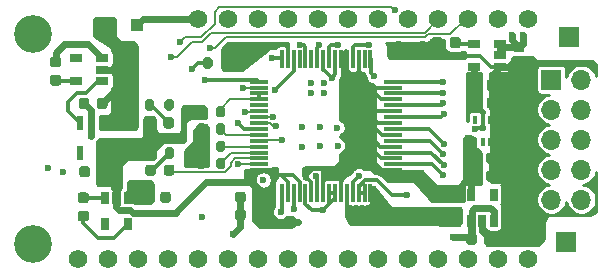
<source format=gtl>
G04 #@! TF.GenerationSoftware,KiCad,Pcbnew,(5.1.9)-1*
G04 #@! TF.CreationDate,2021-06-16T16:38:28+02:00*
G04 #@! TF.ProjectId,ADS1299Wing,41445331-3239-4395-9769-6e672e6b6963,rev?*
G04 #@! TF.SameCoordinates,Original*
G04 #@! TF.FileFunction,Copper,L1,Top*
G04 #@! TF.FilePolarity,Positive*
%FSLAX46Y46*%
G04 Gerber Fmt 4.6, Leading zero omitted, Abs format (unit mm)*
G04 Created by KiCad (PCBNEW (5.1.9)-1) date 2021-06-16 16:38:28*
%MOMM*%
%LPD*%
G01*
G04 APERTURE LIST*
G04 #@! TA.AperFunction,ComponentPad*
%ADD10R,1.700000X1.700000*%
G04 #@! TD*
G04 #@! TA.AperFunction,SMDPad,CuDef*
%ADD11R,0.300000X1.500000*%
G04 #@! TD*
G04 #@! TA.AperFunction,SMDPad,CuDef*
%ADD12R,1.500000X0.300000*%
G04 #@! TD*
G04 #@! TA.AperFunction,ComponentPad*
%ADD13O,1.700000X1.700000*%
G04 #@! TD*
G04 #@! TA.AperFunction,SMDPad,CuDef*
%ADD14R,1.100000X1.100000*%
G04 #@! TD*
G04 #@! TA.AperFunction,SMDPad,CuDef*
%ADD15R,1.060000X0.650000*%
G04 #@! TD*
G04 #@! TA.AperFunction,SMDPad,CuDef*
%ADD16R,0.590000X1.210000*%
G04 #@! TD*
G04 #@! TA.AperFunction,SMDPad,CuDef*
%ADD17R,0.650000X1.060000*%
G04 #@! TD*
G04 #@! TA.AperFunction,SMDPad,CuDef*
%ADD18R,0.400000X0.650000*%
G04 #@! TD*
G04 #@! TA.AperFunction,ComponentPad*
%ADD19C,3.200000*%
G04 #@! TD*
G04 #@! TA.AperFunction,ComponentPad*
%ADD20C,1.574800*%
G04 #@! TD*
G04 #@! TA.AperFunction,ViaPad*
%ADD21C,0.600000*%
G04 #@! TD*
G04 #@! TA.AperFunction,Conductor*
%ADD22C,0.300000*%
G04 #@! TD*
G04 #@! TA.AperFunction,Conductor*
%ADD23C,0.600000*%
G04 #@! TD*
G04 #@! TA.AperFunction,Conductor*
%ADD24C,0.150000*%
G04 #@! TD*
G04 #@! TA.AperFunction,Conductor*
%ADD25C,0.152400*%
G04 #@! TD*
G04 #@! TA.AperFunction,Conductor*
%ADD26C,0.254000*%
G04 #@! TD*
G04 #@! TA.AperFunction,Conductor*
%ADD27C,0.100000*%
G04 #@! TD*
G04 APERTURE END LIST*
G04 #@! TA.AperFunction,SMDPad,CuDef*
G36*
G01*
X163964500Y-108377800D02*
X163964500Y-107877800D01*
G75*
G02*
X164189500Y-107652800I225000J0D01*
G01*
X164639500Y-107652800D01*
G75*
G02*
X164864500Y-107877800I0J-225000D01*
G01*
X164864500Y-108377800D01*
G75*
G02*
X164639500Y-108602800I-225000J0D01*
G01*
X164189500Y-108602800D01*
G75*
G02*
X163964500Y-108377800I0J225000D01*
G01*
G37*
G04 #@! TD.AperFunction*
G04 #@! TA.AperFunction,SMDPad,CuDef*
G36*
G01*
X162414500Y-108377800D02*
X162414500Y-107877800D01*
G75*
G02*
X162639500Y-107652800I225000J0D01*
G01*
X163089500Y-107652800D01*
G75*
G02*
X163314500Y-107877800I0J-225000D01*
G01*
X163314500Y-108377800D01*
G75*
G02*
X163089500Y-108602800I-225000J0D01*
G01*
X162639500Y-108602800D01*
G75*
G02*
X162414500Y-108377800I0J225000D01*
G01*
G37*
G04 #@! TD.AperFunction*
D10*
X170942000Y-96316800D03*
X170738800Y-113741200D03*
D11*
X154168800Y-109536000D03*
X153668800Y-109536000D03*
X153168800Y-109536000D03*
X152668800Y-109536000D03*
X152168800Y-109536000D03*
X151668800Y-109536000D03*
X151168800Y-109536000D03*
X150668800Y-109536000D03*
X150168800Y-109536000D03*
X149668800Y-109536000D03*
X149168800Y-109536000D03*
X148668800Y-109536000D03*
X148168800Y-109536000D03*
X147668800Y-109536000D03*
X147168800Y-109536000D03*
X146668800Y-109536000D03*
D12*
X144768800Y-107636000D03*
X144768800Y-107136000D03*
X144768800Y-106636000D03*
X144768800Y-106136000D03*
X144768800Y-105636000D03*
X144768800Y-105136000D03*
X144768800Y-104636000D03*
X144768800Y-104136000D03*
X144768800Y-103636000D03*
X144768800Y-103136000D03*
X144768800Y-102636000D03*
X144768800Y-102136000D03*
X144768800Y-101636000D03*
X144768800Y-101136000D03*
X144768800Y-100636000D03*
X144768800Y-100136000D03*
D11*
X146668800Y-98236000D03*
X147168800Y-98236000D03*
X147668800Y-98236000D03*
X148168800Y-98236000D03*
X148668800Y-98236000D03*
X149168800Y-98236000D03*
X149668800Y-98236000D03*
X150168800Y-98236000D03*
X150668800Y-98236000D03*
X151168800Y-98236000D03*
X151668800Y-98236000D03*
X152168800Y-98236000D03*
X152668800Y-98236000D03*
X153168800Y-98236000D03*
X153668800Y-98236000D03*
X154168800Y-98236000D03*
D12*
X156068800Y-100136000D03*
X156068800Y-100636000D03*
X156068800Y-101136000D03*
X156068800Y-101636000D03*
X156068800Y-102136000D03*
X156068800Y-102636000D03*
X156068800Y-103136000D03*
X156068800Y-103636000D03*
X156068800Y-104136000D03*
X156068800Y-104636000D03*
X156068800Y-105136000D03*
X156068800Y-105636000D03*
X156068800Y-106136000D03*
X156068800Y-106636000D03*
X156068800Y-107136000D03*
X156068800Y-107636000D03*
G04 #@! TA.AperFunction,SMDPad,CuDef*
G36*
G01*
X140799000Y-98277000D02*
X140799000Y-98827000D01*
G75*
G02*
X140599000Y-99027000I-200000J0D01*
G01*
X140199000Y-99027000D01*
G75*
G02*
X139999000Y-98827000I0J200000D01*
G01*
X139999000Y-98277000D01*
G75*
G02*
X140199000Y-98077000I200000J0D01*
G01*
X140599000Y-98077000D01*
G75*
G02*
X140799000Y-98277000I0J-200000D01*
G01*
G37*
G04 #@! TD.AperFunction*
G04 #@! TA.AperFunction,SMDPad,CuDef*
G36*
G01*
X142449000Y-98277000D02*
X142449000Y-98827000D01*
G75*
G02*
X142249000Y-99027000I-200000J0D01*
G01*
X141849000Y-99027000D01*
G75*
G02*
X141649000Y-98827000I0J200000D01*
G01*
X141649000Y-98277000D01*
G75*
G02*
X141849000Y-98077000I200000J0D01*
G01*
X142249000Y-98077000D01*
G75*
G02*
X142449000Y-98277000I0J-200000D01*
G01*
G37*
G04 #@! TD.AperFunction*
D13*
X172021500Y-110123600D03*
X169481500Y-110123600D03*
X172021500Y-107583600D03*
X169481500Y-107583600D03*
X172021500Y-105043600D03*
X169481500Y-105043600D03*
X172021500Y-102503600D03*
X169481500Y-102503600D03*
X172021500Y-99963600D03*
D10*
X169481500Y-99963600D03*
G04 #@! TA.AperFunction,SMDPad,CuDef*
G36*
G01*
X130358000Y-101731000D02*
X130358000Y-102231000D01*
G75*
G02*
X130133000Y-102456000I-225000J0D01*
G01*
X129683000Y-102456000D01*
G75*
G02*
X129458000Y-102231000I0J225000D01*
G01*
X129458000Y-101731000D01*
G75*
G02*
X129683000Y-101506000I225000J0D01*
G01*
X130133000Y-101506000D01*
G75*
G02*
X130358000Y-101731000I0J-225000D01*
G01*
G37*
G04 #@! TD.AperFunction*
G04 #@! TA.AperFunction,SMDPad,CuDef*
G36*
G01*
X131908000Y-101731000D02*
X131908000Y-102231000D01*
G75*
G02*
X131683000Y-102456000I-225000J0D01*
G01*
X131233000Y-102456000D01*
G75*
G02*
X131008000Y-102231000I0J225000D01*
G01*
X131008000Y-101731000D01*
G75*
G02*
X131233000Y-101506000I225000J0D01*
G01*
X131683000Y-101506000D01*
G75*
G02*
X131908000Y-101731000I0J-225000D01*
G01*
G37*
G04 #@! TD.AperFunction*
G04 #@! TA.AperFunction,SMDPad,CuDef*
G36*
G01*
X131971500Y-107509500D02*
X131971500Y-108009500D01*
G75*
G02*
X131746500Y-108234500I-225000J0D01*
G01*
X131296500Y-108234500D01*
G75*
G02*
X131071500Y-108009500I0J225000D01*
G01*
X131071500Y-107509500D01*
G75*
G02*
X131296500Y-107284500I225000J0D01*
G01*
X131746500Y-107284500D01*
G75*
G02*
X131971500Y-107509500I0J-225000D01*
G01*
G37*
G04 #@! TD.AperFunction*
G04 #@! TA.AperFunction,SMDPad,CuDef*
G36*
G01*
X130421500Y-107509500D02*
X130421500Y-108009500D01*
G75*
G02*
X130196500Y-108234500I-225000J0D01*
G01*
X129746500Y-108234500D01*
G75*
G02*
X129521500Y-108009500I0J225000D01*
G01*
X129521500Y-107509500D01*
G75*
G02*
X129746500Y-107284500I225000J0D01*
G01*
X130196500Y-107284500D01*
G75*
G02*
X130421500Y-107509500I0J-225000D01*
G01*
G37*
G04 #@! TD.AperFunction*
G04 #@! TA.AperFunction,SMDPad,CuDef*
G36*
G01*
X130107500Y-110419000D02*
X129607500Y-110419000D01*
G75*
G02*
X129382500Y-110194000I0J225000D01*
G01*
X129382500Y-109744000D01*
G75*
G02*
X129607500Y-109519000I225000J0D01*
G01*
X130107500Y-109519000D01*
G75*
G02*
X130332500Y-109744000I0J-225000D01*
G01*
X130332500Y-110194000D01*
G75*
G02*
X130107500Y-110419000I-225000J0D01*
G01*
G37*
G04 #@! TD.AperFunction*
G04 #@! TA.AperFunction,SMDPad,CuDef*
G36*
G01*
X130107500Y-111969000D02*
X129607500Y-111969000D01*
G75*
G02*
X129382500Y-111744000I0J225000D01*
G01*
X129382500Y-111294000D01*
G75*
G02*
X129607500Y-111069000I225000J0D01*
G01*
X130107500Y-111069000D01*
G75*
G02*
X130332500Y-111294000I0J-225000D01*
G01*
X130332500Y-111744000D01*
G75*
G02*
X130107500Y-111969000I-225000J0D01*
G01*
G37*
G04 #@! TD.AperFunction*
G04 #@! TA.AperFunction,SMDPad,CuDef*
G36*
G01*
X136367400Y-110181200D02*
X136367400Y-109681200D01*
G75*
G02*
X136592400Y-109456200I225000J0D01*
G01*
X137042400Y-109456200D01*
G75*
G02*
X137267400Y-109681200I0J-225000D01*
G01*
X137267400Y-110181200D01*
G75*
G02*
X137042400Y-110406200I-225000J0D01*
G01*
X136592400Y-110406200D01*
G75*
G02*
X136367400Y-110181200I0J225000D01*
G01*
G37*
G04 #@! TD.AperFunction*
G04 #@! TA.AperFunction,SMDPad,CuDef*
G36*
G01*
X134817400Y-110181200D02*
X134817400Y-109681200D01*
G75*
G02*
X135042400Y-109456200I225000J0D01*
G01*
X135492400Y-109456200D01*
G75*
G02*
X135717400Y-109681200I0J-225000D01*
G01*
X135717400Y-110181200D01*
G75*
G02*
X135492400Y-110406200I-225000J0D01*
G01*
X135042400Y-110406200D01*
G75*
G02*
X134817400Y-110181200I0J225000D01*
G01*
G37*
G04 #@! TD.AperFunction*
G04 #@! TA.AperFunction,SMDPad,CuDef*
G36*
G01*
X164002600Y-102205600D02*
X164002600Y-101705600D01*
G75*
G02*
X164227600Y-101480600I225000J0D01*
G01*
X164677600Y-101480600D01*
G75*
G02*
X164902600Y-101705600I0J-225000D01*
G01*
X164902600Y-102205600D01*
G75*
G02*
X164677600Y-102430600I-225000J0D01*
G01*
X164227600Y-102430600D01*
G75*
G02*
X164002600Y-102205600I0J225000D01*
G01*
G37*
G04 #@! TD.AperFunction*
G04 #@! TA.AperFunction,SMDPad,CuDef*
G36*
G01*
X162452600Y-102205600D02*
X162452600Y-101705600D01*
G75*
G02*
X162677600Y-101480600I225000J0D01*
G01*
X163127600Y-101480600D01*
G75*
G02*
X163352600Y-101705600I0J-225000D01*
G01*
X163352600Y-102205600D01*
G75*
G02*
X163127600Y-102430600I-225000J0D01*
G01*
X162677600Y-102430600D01*
G75*
G02*
X162452600Y-102205600I0J225000D01*
G01*
G37*
G04 #@! TD.AperFunction*
G04 #@! TA.AperFunction,SMDPad,CuDef*
G36*
G01*
X166488300Y-96742800D02*
X166988300Y-96742800D01*
G75*
G02*
X167213300Y-96967800I0J-225000D01*
G01*
X167213300Y-97417800D01*
G75*
G02*
X166988300Y-97642800I-225000J0D01*
G01*
X166488300Y-97642800D01*
G75*
G02*
X166263300Y-97417800I0J225000D01*
G01*
X166263300Y-96967800D01*
G75*
G02*
X166488300Y-96742800I225000J0D01*
G01*
G37*
G04 #@! TD.AperFunction*
G04 #@! TA.AperFunction,SMDPad,CuDef*
G36*
G01*
X166488300Y-98292800D02*
X166988300Y-98292800D01*
G75*
G02*
X167213300Y-98517800I0J-225000D01*
G01*
X167213300Y-98967800D01*
G75*
G02*
X166988300Y-99192800I-225000J0D01*
G01*
X166488300Y-99192800D01*
G75*
G02*
X166263300Y-98967800I0J225000D01*
G01*
X166263300Y-98517800D01*
G75*
G02*
X166488300Y-98292800I225000J0D01*
G01*
G37*
G04 #@! TD.AperFunction*
G04 #@! TA.AperFunction,SMDPad,CuDef*
G36*
G01*
X162465300Y-100694300D02*
X162465300Y-100194300D01*
G75*
G02*
X162690300Y-99969300I225000J0D01*
G01*
X163140300Y-99969300D01*
G75*
G02*
X163365300Y-100194300I0J-225000D01*
G01*
X163365300Y-100694300D01*
G75*
G02*
X163140300Y-100919300I-225000J0D01*
G01*
X162690300Y-100919300D01*
G75*
G02*
X162465300Y-100694300I0J225000D01*
G01*
G37*
G04 #@! TD.AperFunction*
G04 #@! TA.AperFunction,SMDPad,CuDef*
G36*
G01*
X164015300Y-100694300D02*
X164015300Y-100194300D01*
G75*
G02*
X164240300Y-99969300I225000J0D01*
G01*
X164690300Y-99969300D01*
G75*
G02*
X164915300Y-100194300I0J-225000D01*
G01*
X164915300Y-100694300D01*
G75*
G02*
X164690300Y-100919300I-225000J0D01*
G01*
X164240300Y-100919300D01*
G75*
G02*
X164015300Y-100694300I0J225000D01*
G01*
G37*
G04 #@! TD.AperFunction*
G04 #@! TA.AperFunction,SMDPad,CuDef*
G36*
G01*
X160253800Y-96574800D02*
X160253800Y-97074800D01*
G75*
G02*
X160028800Y-97299800I-225000J0D01*
G01*
X159578800Y-97299800D01*
G75*
G02*
X159353800Y-97074800I0J225000D01*
G01*
X159353800Y-96574800D01*
G75*
G02*
X159578800Y-96349800I225000J0D01*
G01*
X160028800Y-96349800D01*
G75*
G02*
X160253800Y-96574800I0J-225000D01*
G01*
G37*
G04 #@! TD.AperFunction*
G04 #@! TA.AperFunction,SMDPad,CuDef*
G36*
G01*
X161803800Y-96574800D02*
X161803800Y-97074800D01*
G75*
G02*
X161578800Y-97299800I-225000J0D01*
G01*
X161128800Y-97299800D01*
G75*
G02*
X160903800Y-97074800I0J225000D01*
G01*
X160903800Y-96574800D01*
G75*
G02*
X161128800Y-96349800I225000J0D01*
G01*
X161578800Y-96349800D01*
G75*
G02*
X161803800Y-96574800I0J-225000D01*
G01*
G37*
G04 #@! TD.AperFunction*
G04 #@! TA.AperFunction,SMDPad,CuDef*
G36*
G01*
X162287500Y-113737200D02*
X162287500Y-113237200D01*
G75*
G02*
X162512500Y-113012200I225000J0D01*
G01*
X162962500Y-113012200D01*
G75*
G02*
X163187500Y-113237200I0J-225000D01*
G01*
X163187500Y-113737200D01*
G75*
G02*
X162962500Y-113962200I-225000J0D01*
G01*
X162512500Y-113962200D01*
G75*
G02*
X162287500Y-113737200I0J225000D01*
G01*
G37*
G04 #@! TD.AperFunction*
G04 #@! TA.AperFunction,SMDPad,CuDef*
G36*
G01*
X163837500Y-113737200D02*
X163837500Y-113237200D01*
G75*
G02*
X164062500Y-113012200I225000J0D01*
G01*
X164512500Y-113012200D01*
G75*
G02*
X164737500Y-113237200I0J-225000D01*
G01*
X164737500Y-113737200D01*
G75*
G02*
X164512500Y-113962200I-225000J0D01*
G01*
X164062500Y-113962200D01*
G75*
G02*
X163837500Y-113737200I0J225000D01*
G01*
G37*
G04 #@! TD.AperFunction*
G04 #@! TA.AperFunction,SMDPad,CuDef*
G36*
G01*
X163964500Y-106879200D02*
X163964500Y-106379200D01*
G75*
G02*
X164189500Y-106154200I225000J0D01*
G01*
X164639500Y-106154200D01*
G75*
G02*
X164864500Y-106379200I0J-225000D01*
G01*
X164864500Y-106879200D01*
G75*
G02*
X164639500Y-107104200I-225000J0D01*
G01*
X164189500Y-107104200D01*
G75*
G02*
X163964500Y-106879200I0J225000D01*
G01*
G37*
G04 #@! TD.AperFunction*
G04 #@! TA.AperFunction,SMDPad,CuDef*
G36*
G01*
X162414500Y-106879200D02*
X162414500Y-106379200D01*
G75*
G02*
X162639500Y-106154200I225000J0D01*
G01*
X163089500Y-106154200D01*
G75*
G02*
X163314500Y-106379200I0J-225000D01*
G01*
X163314500Y-106879200D01*
G75*
G02*
X163089500Y-107104200I-225000J0D01*
G01*
X162639500Y-107104200D01*
G75*
G02*
X162414500Y-106879200I0J225000D01*
G01*
G37*
G04 #@! TD.AperFunction*
G04 #@! TA.AperFunction,SMDPad,CuDef*
G36*
G01*
X145166500Y-111154400D02*
X145166500Y-111654400D01*
G75*
G02*
X144941500Y-111879400I-225000J0D01*
G01*
X144491500Y-111879400D01*
G75*
G02*
X144266500Y-111654400I0J225000D01*
G01*
X144266500Y-111154400D01*
G75*
G02*
X144491500Y-110929400I225000J0D01*
G01*
X144941500Y-110929400D01*
G75*
G02*
X145166500Y-111154400I0J-225000D01*
G01*
G37*
G04 #@! TD.AperFunction*
G04 #@! TA.AperFunction,SMDPad,CuDef*
G36*
G01*
X143616500Y-111154400D02*
X143616500Y-111654400D01*
G75*
G02*
X143391500Y-111879400I-225000J0D01*
G01*
X142941500Y-111879400D01*
G75*
G02*
X142716500Y-111654400I0J225000D01*
G01*
X142716500Y-111154400D01*
G75*
G02*
X142941500Y-110929400I225000J0D01*
G01*
X143391500Y-110929400D01*
G75*
G02*
X143616500Y-111154400I0J-225000D01*
G01*
G37*
G04 #@! TD.AperFunction*
G04 #@! TA.AperFunction,SMDPad,CuDef*
G36*
G01*
X143616500Y-109668500D02*
X143616500Y-110168500D01*
G75*
G02*
X143391500Y-110393500I-225000J0D01*
G01*
X142941500Y-110393500D01*
G75*
G02*
X142716500Y-110168500I0J225000D01*
G01*
X142716500Y-109668500D01*
G75*
G02*
X142941500Y-109443500I225000J0D01*
G01*
X143391500Y-109443500D01*
G75*
G02*
X143616500Y-109668500I0J-225000D01*
G01*
G37*
G04 #@! TD.AperFunction*
G04 #@! TA.AperFunction,SMDPad,CuDef*
G36*
G01*
X145166500Y-109668500D02*
X145166500Y-110168500D01*
G75*
G02*
X144941500Y-110393500I-225000J0D01*
G01*
X144491500Y-110393500D01*
G75*
G02*
X144266500Y-110168500I0J225000D01*
G01*
X144266500Y-109668500D01*
G75*
G02*
X144491500Y-109443500I225000J0D01*
G01*
X144941500Y-109443500D01*
G75*
G02*
X145166500Y-109668500I0J-225000D01*
G01*
G37*
G04 #@! TD.AperFunction*
G04 #@! TA.AperFunction,SMDPad,CuDef*
G36*
G01*
X127258000Y-99575500D02*
X127758000Y-99575500D01*
G75*
G02*
X127983000Y-99800500I0J-225000D01*
G01*
X127983000Y-100250500D01*
G75*
G02*
X127758000Y-100475500I-225000J0D01*
G01*
X127258000Y-100475500D01*
G75*
G02*
X127033000Y-100250500I0J225000D01*
G01*
X127033000Y-99800500D01*
G75*
G02*
X127258000Y-99575500I225000J0D01*
G01*
G37*
G04 #@! TD.AperFunction*
G04 #@! TA.AperFunction,SMDPad,CuDef*
G36*
G01*
X127258000Y-98025500D02*
X127758000Y-98025500D01*
G75*
G02*
X127983000Y-98250500I0J-225000D01*
G01*
X127983000Y-98700500D01*
G75*
G02*
X127758000Y-98925500I-225000J0D01*
G01*
X127258000Y-98925500D01*
G75*
G02*
X127033000Y-98700500I0J225000D01*
G01*
X127033000Y-98250500D01*
G75*
G02*
X127258000Y-98025500I225000J0D01*
G01*
G37*
G04 #@! TD.AperFunction*
D14*
X131569000Y-95377000D03*
X134369000Y-95377000D03*
G04 #@! TA.AperFunction,SMDPad,CuDef*
G36*
G01*
X135984500Y-107376250D02*
X135984500Y-107888750D01*
G75*
G02*
X135765750Y-108107500I-218750J0D01*
G01*
X135328250Y-108107500D01*
G75*
G02*
X135109500Y-107888750I0J218750D01*
G01*
X135109500Y-107376250D01*
G75*
G02*
X135328250Y-107157500I218750J0D01*
G01*
X135765750Y-107157500D01*
G75*
G02*
X135984500Y-107376250I0J-218750D01*
G01*
G37*
G04 #@! TD.AperFunction*
G04 #@! TA.AperFunction,SMDPad,CuDef*
G36*
G01*
X137559500Y-107376250D02*
X137559500Y-107888750D01*
G75*
G02*
X137340750Y-108107500I-218750J0D01*
G01*
X136903250Y-108107500D01*
G75*
G02*
X136684500Y-107888750I0J218750D01*
G01*
X136684500Y-107376250D01*
G75*
G02*
X136903250Y-107157500I218750J0D01*
G01*
X137340750Y-107157500D01*
G75*
G02*
X137559500Y-107376250I0J-218750D01*
G01*
G37*
G04 #@! TD.AperFunction*
G04 #@! TA.AperFunction,SMDPad,CuDef*
G36*
G01*
X137521400Y-103375750D02*
X137521400Y-103888250D01*
G75*
G02*
X137302650Y-104107000I-218750J0D01*
G01*
X136865150Y-104107000D01*
G75*
G02*
X136646400Y-103888250I0J218750D01*
G01*
X136646400Y-103375750D01*
G75*
G02*
X136865150Y-103157000I218750J0D01*
G01*
X137302650Y-103157000D01*
G75*
G02*
X137521400Y-103375750I0J-218750D01*
G01*
G37*
G04 #@! TD.AperFunction*
G04 #@! TA.AperFunction,SMDPad,CuDef*
G36*
G01*
X135946400Y-103375750D02*
X135946400Y-103888250D01*
G75*
G02*
X135727650Y-104107000I-218750J0D01*
G01*
X135290150Y-104107000D01*
G75*
G02*
X135071400Y-103888250I0J218750D01*
G01*
X135071400Y-103375750D01*
G75*
G02*
X135290150Y-103157000I218750J0D01*
G01*
X135727650Y-103157000D01*
G75*
G02*
X135946400Y-103375750I0J-218750D01*
G01*
G37*
G04 #@! TD.AperFunction*
G04 #@! TA.AperFunction,SMDPad,CuDef*
G36*
G01*
X140240200Y-102417200D02*
X140240200Y-102967200D01*
G75*
G02*
X140040200Y-103167200I-200000J0D01*
G01*
X139640200Y-103167200D01*
G75*
G02*
X139440200Y-102967200I0J200000D01*
G01*
X139440200Y-102417200D01*
G75*
G02*
X139640200Y-102217200I200000J0D01*
G01*
X140040200Y-102217200D01*
G75*
G02*
X140240200Y-102417200I0J-200000D01*
G01*
G37*
G04 #@! TD.AperFunction*
G04 #@! TA.AperFunction,SMDPad,CuDef*
G36*
G01*
X141890200Y-102417200D02*
X141890200Y-102967200D01*
G75*
G02*
X141690200Y-103167200I-200000J0D01*
G01*
X141290200Y-103167200D01*
G75*
G02*
X141090200Y-102967200I0J200000D01*
G01*
X141090200Y-102417200D01*
G75*
G02*
X141290200Y-102217200I200000J0D01*
G01*
X141690200Y-102217200D01*
G75*
G02*
X141890200Y-102417200I0J-200000D01*
G01*
G37*
G04 #@! TD.AperFunction*
G04 #@! TA.AperFunction,SMDPad,CuDef*
G36*
G01*
X137559500Y-105897000D02*
X137559500Y-106447000D01*
G75*
G02*
X137359500Y-106647000I-200000J0D01*
G01*
X136959500Y-106647000D01*
G75*
G02*
X136759500Y-106447000I0J200000D01*
G01*
X136759500Y-105897000D01*
G75*
G02*
X136959500Y-105697000I200000J0D01*
G01*
X137359500Y-105697000D01*
G75*
G02*
X137559500Y-105897000I0J-200000D01*
G01*
G37*
G04 #@! TD.AperFunction*
G04 #@! TA.AperFunction,SMDPad,CuDef*
G36*
G01*
X135909500Y-105897000D02*
X135909500Y-106447000D01*
G75*
G02*
X135709500Y-106647000I-200000J0D01*
G01*
X135309500Y-106647000D01*
G75*
G02*
X135109500Y-106447000I0J200000D01*
G01*
X135109500Y-105897000D01*
G75*
G02*
X135309500Y-105697000I200000J0D01*
G01*
X135709500Y-105697000D01*
G75*
G02*
X135909500Y-105897000I0J-200000D01*
G01*
G37*
G04 #@! TD.AperFunction*
G04 #@! TA.AperFunction,SMDPad,CuDef*
G36*
G01*
X141890200Y-106798700D02*
X141890200Y-107348700D01*
G75*
G02*
X141690200Y-107548700I-200000J0D01*
G01*
X141290200Y-107548700D01*
G75*
G02*
X141090200Y-107348700I0J200000D01*
G01*
X141090200Y-106798700D01*
G75*
G02*
X141290200Y-106598700I200000J0D01*
G01*
X141690200Y-106598700D01*
G75*
G02*
X141890200Y-106798700I0J-200000D01*
G01*
G37*
G04 #@! TD.AperFunction*
G04 #@! TA.AperFunction,SMDPad,CuDef*
G36*
G01*
X140240200Y-106798700D02*
X140240200Y-107348700D01*
G75*
G02*
X140040200Y-107548700I-200000J0D01*
G01*
X139640200Y-107548700D01*
G75*
G02*
X139440200Y-107348700I0J200000D01*
G01*
X139440200Y-106798700D01*
G75*
G02*
X139640200Y-106598700I200000J0D01*
G01*
X140040200Y-106598700D01*
G75*
G02*
X140240200Y-106798700I0J-200000D01*
G01*
G37*
G04 #@! TD.AperFunction*
G04 #@! TA.AperFunction,SMDPad,CuDef*
G36*
G01*
X140240200Y-105338200D02*
X140240200Y-105888200D01*
G75*
G02*
X140040200Y-106088200I-200000J0D01*
G01*
X139640200Y-106088200D01*
G75*
G02*
X139440200Y-105888200I0J200000D01*
G01*
X139440200Y-105338200D01*
G75*
G02*
X139640200Y-105138200I200000J0D01*
G01*
X140040200Y-105138200D01*
G75*
G02*
X140240200Y-105338200I0J-200000D01*
G01*
G37*
G04 #@! TD.AperFunction*
G04 #@! TA.AperFunction,SMDPad,CuDef*
G36*
G01*
X141890200Y-105338200D02*
X141890200Y-105888200D01*
G75*
G02*
X141690200Y-106088200I-200000J0D01*
G01*
X141290200Y-106088200D01*
G75*
G02*
X141090200Y-105888200I0J200000D01*
G01*
X141090200Y-105338200D01*
G75*
G02*
X141290200Y-105138200I200000J0D01*
G01*
X141690200Y-105138200D01*
G75*
G02*
X141890200Y-105338200I0J-200000D01*
G01*
G37*
G04 #@! TD.AperFunction*
G04 #@! TA.AperFunction,SMDPad,CuDef*
G36*
G01*
X141890200Y-103877700D02*
X141890200Y-104427700D01*
G75*
G02*
X141690200Y-104627700I-200000J0D01*
G01*
X141290200Y-104627700D01*
G75*
G02*
X141090200Y-104427700I0J200000D01*
G01*
X141090200Y-103877700D01*
G75*
G02*
X141290200Y-103677700I200000J0D01*
G01*
X141690200Y-103677700D01*
G75*
G02*
X141890200Y-103877700I0J-200000D01*
G01*
G37*
G04 #@! TD.AperFunction*
G04 #@! TA.AperFunction,SMDPad,CuDef*
G36*
G01*
X140240200Y-103877700D02*
X140240200Y-104427700D01*
G75*
G02*
X140040200Y-104627700I-200000J0D01*
G01*
X139640200Y-104627700D01*
G75*
G02*
X139440200Y-104427700I0J200000D01*
G01*
X139440200Y-103877700D01*
G75*
G02*
X139640200Y-103677700I200000J0D01*
G01*
X140040200Y-103677700D01*
G75*
G02*
X140240200Y-103877700I0J-200000D01*
G01*
G37*
G04 #@! TD.AperFunction*
G04 #@! TA.AperFunction,SMDPad,CuDef*
G36*
G01*
X135071400Y-102383000D02*
X135071400Y-101833000D01*
G75*
G02*
X135271400Y-101633000I200000J0D01*
G01*
X135671400Y-101633000D01*
G75*
G02*
X135871400Y-101833000I0J-200000D01*
G01*
X135871400Y-102383000D01*
G75*
G02*
X135671400Y-102583000I-200000J0D01*
G01*
X135271400Y-102583000D01*
G75*
G02*
X135071400Y-102383000I0J200000D01*
G01*
G37*
G04 #@! TD.AperFunction*
G04 #@! TA.AperFunction,SMDPad,CuDef*
G36*
G01*
X136721400Y-102383000D02*
X136721400Y-101833000D01*
G75*
G02*
X136921400Y-101633000I200000J0D01*
G01*
X137321400Y-101633000D01*
G75*
G02*
X137521400Y-101833000I0J-200000D01*
G01*
X137521400Y-102383000D01*
G75*
G02*
X137321400Y-102583000I-200000J0D01*
G01*
X136921400Y-102583000D01*
G75*
G02*
X136721400Y-102383000I0J200000D01*
G01*
G37*
G04 #@! TD.AperFunction*
D15*
X131465500Y-100073500D03*
X131465500Y-99123500D03*
X131465500Y-98173500D03*
X129265500Y-98173500D03*
X129265500Y-100073500D03*
D16*
X131442500Y-106157000D03*
X129542500Y-106157000D03*
X129542500Y-103647000D03*
X130492500Y-103647000D03*
X131442500Y-103647000D03*
D17*
X133601500Y-112225000D03*
X131701500Y-112225000D03*
X131701500Y-110025000D03*
X132651500Y-110025000D03*
X133601500Y-110025000D03*
D15*
X165171300Y-98854300D03*
X165171300Y-97904300D03*
X165171300Y-96954300D03*
X162971300Y-96954300D03*
X162971300Y-98854300D03*
D17*
X162689500Y-109694800D03*
X164589500Y-109694800D03*
X164589500Y-111894800D03*
X163639500Y-111894800D03*
X162689500Y-111894800D03*
D18*
X163027600Y-105242400D03*
X164327600Y-105242400D03*
X163677600Y-103342400D03*
X163677600Y-105242400D03*
X164327600Y-103342400D03*
X163027600Y-103342400D03*
D19*
X125641100Y-96113600D03*
X125641100Y-113893600D03*
D20*
X129451100Y-115163600D03*
X131991100Y-115163600D03*
X134531100Y-115163600D03*
X137071100Y-115163600D03*
X139611100Y-115163600D03*
X142151100Y-115163600D03*
X144691100Y-115163600D03*
X147231100Y-115163600D03*
X149771100Y-115163600D03*
X152311100Y-115163600D03*
X154851100Y-115163600D03*
X157391100Y-115163600D03*
X159931100Y-115163600D03*
X162471100Y-115163600D03*
X165011100Y-115163600D03*
X167551100Y-115163600D03*
X167551100Y-94843600D03*
X165011100Y-94843600D03*
X162471100Y-94843600D03*
X159931100Y-94843600D03*
X157391100Y-94843600D03*
X154851100Y-94843600D03*
X152311100Y-94843600D03*
X149771100Y-94843600D03*
X147231100Y-94843600D03*
X144691100Y-94843600D03*
X142151100Y-94843600D03*
X139611100Y-94843600D03*
D21*
X161290000Y-111963200D03*
X160274000Y-111912400D03*
X143154400Y-97790000D03*
X144272000Y-97840800D03*
X143662400Y-97129600D03*
X144932400Y-97129600D03*
X166319200Y-109372400D03*
X166217600Y-104038400D03*
X167741600Y-98704400D03*
X167487600Y-102108000D03*
X167487600Y-104089200D03*
X167487600Y-106883200D03*
X167487600Y-109423200D03*
X165760400Y-113741200D03*
X166674800Y-113741200D03*
X167487600Y-113741200D03*
X167487600Y-112776000D03*
X157276800Y-97586800D03*
X155905200Y-97586800D03*
X159156400Y-97586800D03*
X156565600Y-96977200D03*
X158648400Y-96926400D03*
X157327600Y-111201200D03*
X156362400Y-111201200D03*
X153060400Y-111201200D03*
X153873200Y-111201200D03*
X154686000Y-111201200D03*
X164287200Y-113436400D03*
X166725600Y-98704400D03*
X152298400Y-111201200D03*
X155448000Y-111201200D03*
X158242000Y-97586800D03*
X151333200Y-104038400D03*
X151384000Y-105562400D03*
X149860000Y-105613200D03*
X149860000Y-103987600D03*
X148386800Y-103987600D03*
X148336000Y-105664000D03*
X158242000Y-111201200D03*
X167487600Y-110845600D03*
X167538400Y-100279200D03*
X167640000Y-105410000D03*
X146100800Y-100838000D03*
X143357600Y-100634800D03*
X143510000Y-102666800D03*
X145897600Y-103124000D03*
X138785600Y-106984800D03*
X138785600Y-106172000D03*
X147719401Y-110896400D03*
X131724400Y-112217200D03*
X129946400Y-107746800D03*
X130505200Y-104698800D03*
X137160000Y-102108000D03*
X142969800Y-103632000D03*
X136804400Y-109931200D03*
X142541516Y-113040180D03*
X140157200Y-99974400D03*
X139801600Y-104140000D03*
X145084800Y-108458000D03*
X139903200Y-111607600D03*
X146558000Y-111150400D03*
X131465500Y-98173500D03*
X127508000Y-98475500D03*
X128143000Y-107823000D03*
X126855000Y-107424000D03*
X140399000Y-98552152D03*
X139065000Y-99060000D03*
X146659600Y-105105200D03*
X142966200Y-107137200D03*
X132651500Y-108775500D03*
X148031200Y-112014000D03*
X161188400Y-113284000D03*
X137725801Y-111244999D03*
X132588000Y-105664000D03*
X153212800Y-108102400D03*
X149849595Y-97066433D03*
X148196934Y-97033598D03*
X149566400Y-108153200D03*
X133604000Y-109982000D03*
X166166800Y-96164400D03*
X167081200Y-96164400D03*
X134112000Y-108839000D03*
X163017200Y-104140000D03*
X149148800Y-101092000D03*
X149148800Y-100228400D03*
X150215600Y-100228400D03*
X150266400Y-101092000D03*
X150876000Y-99822000D03*
X150146802Y-110998000D03*
X162966400Y-99517200D03*
X163677600Y-104038400D03*
X145796000Y-98145600D03*
X154076400Y-97033598D03*
X151425174Y-97043392D03*
X152603200Y-106934000D03*
X153168800Y-99713600D03*
X148742400Y-108204000D03*
X161798000Y-109880400D03*
X154482800Y-99669600D03*
X160350200Y-100203000D03*
X160324800Y-101092000D03*
X160350200Y-101981000D03*
X160426400Y-102870000D03*
X160375600Y-105410000D03*
X160350200Y-106299000D03*
X160375600Y-107188000D03*
X160350200Y-108077000D03*
X157264100Y-109715300D03*
X140589000Y-97282000D03*
X137287000Y-98044000D03*
X146151600Y-103886000D03*
X156210000Y-94107000D03*
X138049000Y-96753400D03*
D22*
X164287500Y-113436100D02*
X164287200Y-113436400D01*
X164287500Y-113398300D02*
X164287500Y-113436100D01*
D23*
X166738300Y-98717100D02*
X166725600Y-98704400D01*
X166738300Y-98742800D02*
X166738300Y-98717100D01*
X163639500Y-112788700D02*
X164287200Y-113436400D01*
X163639500Y-111831300D02*
X163639500Y-112788700D01*
X166575700Y-98854300D02*
X166725600Y-98704400D01*
X165171300Y-98854300D02*
X166575700Y-98854300D01*
D22*
X152168800Y-110970000D02*
X152298400Y-111099600D01*
X152168800Y-109536000D02*
X152168800Y-110970000D01*
X154168800Y-109617200D02*
X155448000Y-110896400D01*
X154168800Y-109536000D02*
X154168800Y-109617200D01*
X147168800Y-98236000D02*
X147168800Y-97080000D01*
X164341300Y-98854300D02*
X163429400Y-97942400D01*
X165171300Y-98854300D02*
X164341300Y-98854300D01*
X163429400Y-97942400D02*
X160883600Y-97942400D01*
D23*
X164465300Y-99560300D02*
X165171300Y-98854300D01*
X164465300Y-100444300D02*
X164465300Y-99560300D01*
D22*
X147668800Y-99270000D02*
X147668800Y-98236000D01*
X146100800Y-100838000D02*
X147668800Y-99270000D01*
X129857500Y-111519000D02*
X129857500Y-112077500D01*
X129857500Y-112077500D02*
X131114800Y-113334800D01*
X132491700Y-113334800D02*
X133601500Y-112225000D01*
X131114800Y-113334800D02*
X132491700Y-113334800D01*
D24*
X144767600Y-100634800D02*
X144768800Y-100636000D01*
D25*
X143357600Y-100634800D02*
X144767600Y-100634800D01*
D22*
X144768800Y-101636000D02*
X144768800Y-101136000D01*
D24*
X141490200Y-102692200D02*
X141490200Y-102451400D01*
D25*
X142305600Y-101636000D02*
X144768800Y-101636000D01*
X141490200Y-102451400D02*
X142305600Y-101636000D01*
D22*
X141490200Y-102692200D02*
X141490200Y-102628200D01*
D25*
X144738000Y-102666800D02*
X144768800Y-102636000D01*
X143510000Y-102666800D02*
X144738000Y-102666800D01*
X144780800Y-103124000D02*
X144768800Y-103136000D01*
X145897600Y-103124000D02*
X144780800Y-103124000D01*
D22*
X138836400Y-106121200D02*
X138785600Y-106172000D01*
X147668800Y-110845799D02*
X147719401Y-110896400D01*
X147668800Y-109536000D02*
X147668800Y-110845799D01*
X131716600Y-112225000D02*
X131724400Y-112217200D01*
X131701500Y-112225000D02*
X131716600Y-112225000D01*
X129959100Y-107759500D02*
X129946400Y-107746800D01*
X129971500Y-107759500D02*
X129959100Y-107759500D01*
D23*
X130492500Y-102565500D02*
X130492500Y-103647000D01*
X129908000Y-101981000D02*
X130492500Y-102565500D01*
X130492500Y-104686100D02*
X130505200Y-104698800D01*
X130492500Y-103647000D02*
X130492500Y-104686100D01*
X137121400Y-102108000D02*
X137160000Y-102108000D01*
D22*
X143473800Y-104136000D02*
X142969800Y-103632000D01*
X144768800Y-104136000D02*
X143473800Y-104136000D01*
X136817400Y-109931200D02*
X136804400Y-109931200D01*
D23*
X143166500Y-109829900D02*
X143179500Y-109816900D01*
X143166500Y-111404400D02*
X143166500Y-109829900D01*
X143166500Y-112415196D02*
X142541516Y-113040180D01*
X143166500Y-111404400D02*
X143166500Y-112415196D01*
D22*
X144607200Y-99974400D02*
X140157200Y-99974400D01*
X144768800Y-100136000D02*
X144607200Y-99974400D01*
X139814300Y-104152700D02*
X139801600Y-104140000D01*
X139840200Y-104152700D02*
X139814300Y-104152700D01*
X146668800Y-110917202D02*
X146659600Y-110926402D01*
X146668800Y-109536000D02*
X146668800Y-110917202D01*
X146668800Y-111039600D02*
X146558000Y-111150400D01*
X146668800Y-109536000D02*
X146668800Y-111039600D01*
D23*
X127508000Y-98475500D02*
X127508000Y-97688400D01*
X127508000Y-97688400D02*
X128219200Y-96977200D01*
X130269200Y-96977200D02*
X131465500Y-98173500D01*
X128219200Y-96977200D02*
X130269200Y-96977200D01*
X140334840Y-98487992D02*
X140399000Y-98552152D01*
X140272000Y-98487992D02*
X140334840Y-98487992D01*
D22*
X139573000Y-98552000D02*
X139065000Y-99060000D01*
X140399000Y-98552000D02*
X139573000Y-98552000D01*
D25*
X144799600Y-105105200D02*
X144768800Y-105136000D01*
X146659600Y-105105200D02*
X144799600Y-105105200D01*
X144767600Y-107137200D02*
X144768800Y-107136000D01*
X142966200Y-107137200D02*
X144767600Y-107137200D01*
D23*
X131442500Y-107680500D02*
X131521500Y-107759500D01*
X131442500Y-106157000D02*
X131442500Y-107680500D01*
X131521500Y-107759500D02*
X131635500Y-107759500D01*
X132651500Y-108775500D02*
X132651500Y-110025000D01*
X131635500Y-107759500D02*
X132651500Y-108775500D01*
X135494500Y-106157000D02*
X135509500Y-106172000D01*
X131442500Y-106157000D02*
X135494500Y-106157000D01*
X135509500Y-103632600D02*
X135508900Y-103632000D01*
X135509500Y-106172000D02*
X135509500Y-104876100D01*
X135509500Y-104876100D02*
X135509500Y-103632600D01*
X162689500Y-113350300D02*
X162737500Y-113398300D01*
X162689500Y-111831300D02*
X162689500Y-113350300D01*
X164589500Y-111116298D02*
X164589500Y-111831300D01*
X164324501Y-110851299D02*
X164589500Y-111116298D01*
X162954499Y-110851299D02*
X164324501Y-110851299D01*
X162737500Y-111068298D02*
X162954499Y-110851299D01*
X162737500Y-113398300D02*
X162737500Y-111068298D01*
X135509500Y-106172000D02*
X136434510Y-105246990D01*
X162623200Y-113284000D02*
X162737500Y-113398300D01*
X161188400Y-113284000D02*
X162623200Y-113284000D01*
X144729500Y-109220300D02*
X144729500Y-109816900D01*
X144170400Y-108661200D02*
X144729500Y-109220300D01*
X144729500Y-111391400D02*
X144716500Y-111404400D01*
X144729500Y-109816900D02*
X144729500Y-111391400D01*
X144716500Y-111404400D02*
X144716500Y-111645700D01*
X145084800Y-112014000D02*
X148031200Y-112014000D01*
X144716500Y-111645700D02*
X145084800Y-112014000D01*
X137725801Y-111244999D02*
X137725801Y-111194199D01*
X140258800Y-108661200D02*
X142900400Y-108661200D01*
X137725801Y-111194199D02*
X140258800Y-108661200D01*
X142900400Y-108661200D02*
X144170400Y-108661200D01*
D22*
X148168800Y-108595998D02*
X148168800Y-109536000D01*
X147624402Y-108051600D02*
X148168800Y-108595998D01*
X146624402Y-108051600D02*
X147624402Y-108051600D01*
X147168800Y-108595998D02*
X146624402Y-108051600D01*
X147168800Y-109536000D02*
X147168800Y-108595998D01*
X146624402Y-108051600D02*
X145999200Y-108051600D01*
X145043200Y-107636000D02*
X145052400Y-107645200D01*
X144768800Y-107636000D02*
X145043200Y-107636000D01*
X145052400Y-107645200D02*
X146100800Y-107645200D01*
D23*
X132651500Y-110744322D02*
X132651500Y-110025000D01*
X132914579Y-111007401D02*
X132651500Y-110744322D01*
X133816601Y-111007401D02*
X132914579Y-111007401D01*
X134054199Y-111244999D02*
X133816601Y-111007401D01*
X137725801Y-111244999D02*
X134054199Y-111244999D01*
D22*
X152668800Y-108605591D02*
X153171081Y-108103310D01*
X152668800Y-109536000D02*
X152668800Y-108605591D01*
X153211890Y-108103310D02*
X153212800Y-108102400D01*
X153171081Y-108103310D02*
X153211890Y-108103310D01*
X149668800Y-97247228D02*
X149849595Y-97066433D01*
X149668800Y-98236000D02*
X149668800Y-97247228D01*
X148516398Y-97033598D02*
X148196934Y-97033598D01*
X148668800Y-97186000D02*
X148516398Y-97033598D01*
X148668800Y-98236000D02*
X148668800Y-97186000D01*
X149668800Y-108255600D02*
X149566400Y-108153200D01*
X149668800Y-109536000D02*
X149668800Y-108255600D01*
X131465500Y-100073500D02*
X131066500Y-100073500D01*
X131066500Y-100073500D02*
X130048000Y-101092000D01*
X130048000Y-101092000D02*
X129286000Y-101092000D01*
X129286000Y-101092000D02*
X128524000Y-101854000D01*
X128524000Y-102628500D02*
X129542500Y-103647000D01*
X128524000Y-101854000D02*
X128524000Y-102628500D01*
X127556000Y-100073500D02*
X127508000Y-100025500D01*
X129265500Y-100073500D02*
X127556000Y-100073500D01*
X135559900Y-102108000D02*
X137083900Y-103632000D01*
X135471400Y-102108000D02*
X135559900Y-102108000D01*
D25*
X142716071Y-106608599D02*
X142341600Y-106983070D01*
X144085399Y-106608599D02*
X142716071Y-106608599D01*
X144112800Y-106636000D02*
X144085399Y-106608599D01*
X144768800Y-106636000D02*
X144112800Y-106636000D01*
X142341600Y-107303448D02*
X141847448Y-107797600D01*
X142341600Y-106983070D02*
X142341600Y-107303448D01*
X137287100Y-107797600D02*
X137122000Y-107632500D01*
X141847448Y-107797600D02*
X137287100Y-107797600D01*
D23*
X131569000Y-95377000D02*
X131569000Y-96263000D01*
X132270500Y-99123500D02*
X131465500Y-99123500D01*
X132445501Y-98948499D02*
X132270500Y-99123500D01*
X131569000Y-96263000D02*
X132445501Y-97139501D01*
X132445501Y-100993499D02*
X131458000Y-101981000D01*
X131442500Y-103647000D02*
X132319000Y-103647000D01*
X132445501Y-103520499D02*
X132445501Y-100993499D01*
X132319000Y-103647000D02*
X132445501Y-103520499D01*
D22*
X129913500Y-110025000D02*
X129857500Y-109969000D01*
X131701500Y-110025000D02*
X129913500Y-110025000D01*
D23*
X135173600Y-110025000D02*
X135267400Y-109931200D01*
X133601500Y-110025000D02*
X134358200Y-110025000D01*
X134358200Y-110025000D02*
X135173600Y-110025000D01*
X165409800Y-97192800D02*
X165171300Y-96954300D01*
X166738300Y-97192800D02*
X165409800Y-97192800D01*
X165171300Y-97904300D02*
X165171300Y-96954300D01*
X166166800Y-96621300D02*
X166738300Y-97192800D01*
X166166800Y-96164400D02*
X166166800Y-96621300D01*
X166738300Y-97192800D02*
X166814800Y-97192800D01*
X167081200Y-96926400D02*
X167081200Y-96164400D01*
X166814800Y-97192800D02*
X167081200Y-96926400D01*
D22*
X163677600Y-102730600D02*
X163677600Y-103342400D01*
X162902600Y-101955600D02*
X163677600Y-102730600D01*
D23*
X162971300Y-100388300D02*
X162915300Y-100444300D01*
X162915300Y-101942900D02*
X162902600Y-101955600D01*
X162915300Y-100444300D02*
X162915300Y-101942900D01*
D22*
X151168800Y-98236000D02*
X151168800Y-99529200D01*
X151168800Y-99529200D02*
X150876000Y-99822000D01*
X150668800Y-110476002D02*
X150668800Y-109536000D01*
X150146802Y-110998000D02*
X150668800Y-110476002D01*
X149190798Y-110998000D02*
X150146802Y-110998000D01*
X148668800Y-110476002D02*
X149190798Y-110998000D01*
X148668800Y-109536000D02*
X148668800Y-110476002D01*
X151168800Y-109976002D02*
X151168800Y-109536000D01*
X150146802Y-110998000D02*
X151168800Y-109976002D01*
X151168800Y-109536000D02*
X150668800Y-109536000D01*
X150168800Y-98236000D02*
X150168800Y-99114800D01*
X150168800Y-99114800D02*
X150291800Y-99237800D01*
X150291800Y-99237800D02*
X150876000Y-99822000D01*
X150118801Y-99064801D02*
X150291800Y-99237800D01*
D23*
X162971300Y-98854300D02*
X162971300Y-99512300D01*
X162971300Y-99512300D02*
X162966400Y-99517200D01*
X162971300Y-99512300D02*
X162971300Y-100388300D01*
D22*
X163677600Y-103342400D02*
X163677600Y-104038400D01*
X163118800Y-104038400D02*
X163017200Y-104140000D01*
X163677600Y-104038400D02*
X163118800Y-104038400D01*
X145796000Y-98145600D02*
X146578400Y-98145600D01*
X146578400Y-98145600D02*
X146668800Y-98236000D01*
X152821202Y-97033598D02*
X154076400Y-97033598D01*
X152668800Y-97186000D02*
X152821202Y-97033598D01*
X152668800Y-98236000D02*
X152668800Y-97186000D01*
X150668800Y-97186000D02*
X150811408Y-97043392D01*
X150811408Y-97043392D02*
X151425174Y-97043392D01*
X150668800Y-98236000D02*
X150668800Y-97186000D01*
X161534100Y-96954300D02*
X161404600Y-96824800D01*
X163022100Y-96954300D02*
X161534100Y-96954300D01*
X162864500Y-105405500D02*
X163027600Y-105242400D01*
X153168800Y-98236000D02*
X153168800Y-99713600D01*
X152168800Y-99176002D02*
X152168800Y-98236000D01*
X152706398Y-99713600D02*
X152168800Y-99176002D01*
X153168800Y-99713600D02*
X152706398Y-99713600D01*
X151668800Y-98236000D02*
X152168800Y-98236000D01*
D23*
X153168800Y-99713600D02*
X154394800Y-100939600D01*
D22*
X154394800Y-106902002D02*
X154394800Y-106768000D01*
X155128798Y-107636000D02*
X154394800Y-106902002D01*
X156068800Y-107636000D02*
X155128798Y-107636000D01*
X155099200Y-106636000D02*
X154394800Y-105931600D01*
X156068800Y-106636000D02*
X155099200Y-106636000D01*
D23*
X154394800Y-105931600D02*
X154394800Y-106768000D01*
D22*
X155018800Y-105636000D02*
X154394800Y-105012000D01*
X156068800Y-105636000D02*
X155018800Y-105636000D01*
D23*
X154394800Y-104864800D02*
X154394800Y-105931600D01*
D22*
X154394800Y-105012000D02*
X154394800Y-104864800D01*
X155158400Y-104636000D02*
X154394800Y-103872400D01*
D23*
X154394800Y-103872400D02*
X154394800Y-104864800D01*
D22*
X156068800Y-104636000D02*
X155158400Y-104636000D01*
X154842400Y-103636000D02*
X154394800Y-103188400D01*
X156068800Y-103636000D02*
X154842400Y-103636000D01*
D23*
X154394800Y-103188400D02*
X154394800Y-103872400D01*
D22*
X154733200Y-102636000D02*
X154394800Y-102297600D01*
X156068800Y-102636000D02*
X154733200Y-102636000D01*
D23*
X154394800Y-102297600D02*
X154394800Y-103188400D01*
X154394800Y-100939600D02*
X154394800Y-102297600D01*
D22*
X155091200Y-101636000D02*
X154394800Y-100939600D01*
X156068800Y-101636000D02*
X155091200Y-101636000D01*
X154698400Y-100636000D02*
X154394800Y-100939600D01*
X156068800Y-100636000D02*
X154698400Y-100636000D01*
X150168800Y-107491600D02*
X150168800Y-109536000D01*
X149168800Y-108630400D02*
X148742400Y-108204000D01*
X149168800Y-109536000D02*
X149168800Y-108630400D01*
X149342398Y-107491600D02*
X150168800Y-107491600D01*
X148742400Y-108091598D02*
X149342398Y-107491600D01*
X148742400Y-108204000D02*
X148742400Y-108091598D01*
X151668800Y-108486000D02*
X151668800Y-109536000D01*
X150674400Y-107491600D02*
X151668800Y-108486000D01*
X150168800Y-107491600D02*
X150674400Y-107491600D01*
D23*
X162689500Y-108302800D02*
X162864500Y-108127800D01*
X162689500Y-109631300D02*
X162689500Y-108302800D01*
D22*
X154482800Y-99669600D02*
X154178000Y-99364800D01*
X154178000Y-98245200D02*
X154168800Y-98236000D01*
X154178000Y-99364800D02*
X154178000Y-98245200D01*
X156068800Y-100136000D02*
X160283200Y-100136000D01*
X160283200Y-100136000D02*
X160350200Y-100203000D01*
X160280800Y-101136000D02*
X160324800Y-101092000D01*
X156068800Y-101136000D02*
X160280800Y-101136000D01*
X160195200Y-102136000D02*
X160350200Y-101981000D01*
X156068800Y-102136000D02*
X160195200Y-102136000D01*
X160160400Y-103136000D02*
X160426400Y-102870000D01*
X156068800Y-103136000D02*
X160160400Y-103136000D01*
X159101600Y-104136000D02*
X160375600Y-105410000D01*
X156068800Y-104136000D02*
X159101600Y-104136000D01*
X159187200Y-105136000D02*
X160350200Y-106299000D01*
X156068800Y-105136000D02*
X159187200Y-105136000D01*
X156068800Y-106136000D02*
X159323600Y-106136000D01*
X159323600Y-106136000D02*
X160375600Y-107188000D01*
X156068800Y-107136000D02*
X159409200Y-107136000D01*
X159409200Y-107136000D02*
X160350200Y-108077000D01*
X153168800Y-109536000D02*
X153668800Y-109536000D01*
X157264100Y-109715300D02*
X155994100Y-109715300D01*
X154762399Y-108483599D02*
X153723155Y-108483599D01*
X155994100Y-109715300D02*
X154762399Y-108483599D01*
X153168800Y-109037954D02*
X153168800Y-109536000D01*
X153723155Y-108483599D02*
X153168800Y-109037954D01*
D23*
X134902400Y-94843600D02*
X134369000Y-95377000D01*
X139611100Y-94843600D02*
X134902400Y-94843600D01*
D22*
X135699000Y-107632500D02*
X137159500Y-106172000D01*
X135547000Y-107632500D02*
X135699000Y-107632500D01*
D25*
X141490200Y-107073700D02*
X141490200Y-107023400D01*
X142377600Y-106136000D02*
X143698400Y-106136000D01*
X141490200Y-107023400D02*
X142377600Y-106136000D01*
X143698400Y-106136000D02*
X144768800Y-106136000D01*
X141513000Y-105636000D02*
X141490200Y-105613200D01*
X144768800Y-105636000D02*
X141513000Y-105636000D01*
X141973500Y-104636000D02*
X141490200Y-104152700D01*
X144768800Y-104636000D02*
X141973500Y-104636000D01*
X141020066Y-97282000D02*
X141249033Y-97053033D01*
X140589000Y-97282000D02*
X141020066Y-97282000D01*
X141909066Y-96393000D02*
X141249033Y-97053033D01*
X162218498Y-94843600D02*
X160940908Y-96121190D01*
X159084576Y-96121190D02*
X158812766Y-96393000D01*
X162471100Y-94843600D02*
X162218498Y-94843600D01*
X158812766Y-96393000D02*
X141909066Y-96393000D01*
X160940908Y-96121190D02*
X159084576Y-96121190D01*
X137795000Y-98044000D02*
X137287000Y-98044000D01*
X139065000Y-96774000D02*
X137795000Y-98044000D01*
X139877066Y-96774000D02*
X139065000Y-96774000D01*
X158762700Y-96012000D02*
X140639066Y-96012000D01*
X140639066Y-96012000D02*
X139877066Y-96774000D01*
X159931100Y-94843600D02*
X158762700Y-96012000D01*
X145671200Y-103636000D02*
X144768800Y-103636000D01*
X145921200Y-103886000D02*
X145671200Y-103636000D01*
X146151600Y-103886000D02*
X145921200Y-103886000D01*
X140970000Y-94234000D02*
X141376401Y-93827599D01*
X140970000Y-95250000D02*
X140970000Y-94234000D01*
X141376401Y-93827599D02*
X155930599Y-93827599D01*
X139827000Y-96393000D02*
X140970000Y-95250000D01*
X155930599Y-93827599D02*
X156210000Y-94107000D01*
X138430000Y-96393000D02*
X139827000Y-96393000D01*
X138069600Y-96753400D02*
X138430000Y-96393000D01*
X138049000Y-96753400D02*
X138069600Y-96753400D01*
D26*
X152091015Y-97472991D02*
X152089734Y-97486000D01*
X152089734Y-98986000D01*
X152097978Y-99069707D01*
X152122395Y-99150196D01*
X152162045Y-99224376D01*
X152215405Y-99289395D01*
X152280424Y-99342755D01*
X152354604Y-99382405D01*
X152435093Y-99406822D01*
X152518800Y-99415066D01*
X152818800Y-99415066D01*
X152902507Y-99406822D01*
X152982996Y-99382405D01*
X153057176Y-99342755D01*
X153122195Y-99289395D01*
X153168800Y-99232607D01*
X153215405Y-99289395D01*
X153280424Y-99342755D01*
X153354604Y-99382405D01*
X153435093Y-99406822D01*
X153518800Y-99415066D01*
X153603160Y-99415066D01*
X153609349Y-99477911D01*
X153624908Y-99529200D01*
X153642343Y-99586675D01*
X153695921Y-99686914D01*
X153760703Y-99765850D01*
X153783738Y-99881658D01*
X153838541Y-100013964D01*
X153918102Y-100133036D01*
X154019364Y-100234298D01*
X154138436Y-100313859D01*
X154270742Y-100368662D01*
X154411197Y-100396600D01*
X154420594Y-100396600D01*
X154559000Y-100535006D01*
X154559000Y-106984800D01*
X154561440Y-107009576D01*
X154568667Y-107033401D01*
X154580403Y-107055357D01*
X154596197Y-107074603D01*
X154900886Y-107379292D01*
X154922395Y-107450196D01*
X154962045Y-107524376D01*
X155015405Y-107589395D01*
X155080424Y-107642755D01*
X155154604Y-107682405D01*
X155235093Y-107706822D01*
X155318800Y-107715066D01*
X156818800Y-107715066D01*
X156839778Y-107713000D01*
X158560321Y-107713000D01*
X158650830Y-107826136D01*
X158658134Y-107834490D01*
X159724934Y-108952090D01*
X159743807Y-108968328D01*
X159765484Y-108980571D01*
X159789134Y-108988350D01*
X159816800Y-108991400D01*
X161544000Y-108991400D01*
X161568776Y-108988960D01*
X161592601Y-108981733D01*
X161614557Y-108969997D01*
X161633803Y-108954203D01*
X161646709Y-108939098D01*
X162053109Y-108380298D01*
X162065709Y-108358825D01*
X162073877Y-108335307D01*
X162077400Y-108305600D01*
X162077400Y-104998780D01*
X162263883Y-104775000D01*
X162658979Y-104775000D01*
X162672836Y-104784259D01*
X162805142Y-104839062D01*
X162945597Y-104867000D01*
X163053498Y-104867000D01*
X163048534Y-104917400D01*
X163048534Y-105567400D01*
X163056778Y-105651107D01*
X163081195Y-105731596D01*
X163120845Y-105805776D01*
X163174205Y-105870795D01*
X163239224Y-105924155D01*
X163313404Y-105963805D01*
X163324402Y-105967141D01*
X163499800Y-106212699D01*
X163499800Y-108839000D01*
X162204400Y-108839000D01*
X162179624Y-108841440D01*
X162155799Y-108848667D01*
X162133843Y-108860403D01*
X162114597Y-108876197D01*
X162098803Y-108895443D01*
X162087067Y-108917399D01*
X162079840Y-108941224D01*
X162077400Y-108966000D01*
X162077400Y-110210600D01*
X159321500Y-110210600D01*
X159207200Y-110058200D01*
X159200160Y-110049622D01*
X157879360Y-108576422D01*
X157861004Y-108559603D01*
X157839719Y-108546688D01*
X157816324Y-108538175D01*
X157784800Y-108534200D01*
X155629001Y-108534200D01*
X155190438Y-108095637D01*
X155172373Y-108073625D01*
X155084514Y-108001520D01*
X154984275Y-107947942D01*
X154920169Y-107928496D01*
X154875510Y-107914948D01*
X154820444Y-107909525D01*
X154790735Y-107906599D01*
X154790730Y-107906599D01*
X154762399Y-107903809D01*
X154734068Y-107906599D01*
X154517405Y-107906599D01*
X154166203Y-107555397D01*
X154146957Y-107539603D01*
X154125001Y-107527867D01*
X154101176Y-107520640D01*
X154076400Y-107518200D01*
X153647049Y-107518200D01*
X153557164Y-107458141D01*
X153424858Y-107403338D01*
X153284403Y-107375400D01*
X153141197Y-107375400D01*
X153000742Y-107403338D01*
X152868436Y-107458141D01*
X152749364Y-107537702D01*
X152648102Y-107638964D01*
X152568541Y-107758036D01*
X152568367Y-107758456D01*
X151921885Y-108200786D01*
X151902815Y-108216791D01*
X151887234Y-108236209D01*
X151875740Y-108258293D01*
X151868775Y-108282195D01*
X151866600Y-108305600D01*
X151866600Y-108385956D01*
X151854604Y-108389595D01*
X151780424Y-108429245D01*
X151715405Y-108482605D01*
X151673062Y-108534200D01*
X151664538Y-108534200D01*
X151622195Y-108482605D01*
X151557176Y-108429245D01*
X151482996Y-108389595D01*
X151402507Y-108365178D01*
X151318800Y-108356934D01*
X151018800Y-108356934D01*
X150935093Y-108365178D01*
X150918800Y-108370121D01*
X150902507Y-108365178D01*
X150818800Y-108356934D01*
X150518800Y-108356934D01*
X150435093Y-108365178D01*
X150354604Y-108389595D01*
X150280424Y-108429245D01*
X150245800Y-108457660D01*
X150245800Y-108412726D01*
X150265462Y-108365258D01*
X150293400Y-108224803D01*
X150293400Y-108081597D01*
X150265462Y-107941142D01*
X150210659Y-107808836D01*
X150131098Y-107689764D01*
X150029836Y-107588502D01*
X149910764Y-107508941D01*
X149778458Y-107454138D01*
X149638003Y-107426200D01*
X149494797Y-107426200D01*
X149354342Y-107454138D01*
X149222036Y-107508941D01*
X149102964Y-107588502D01*
X149001702Y-107689764D01*
X148922141Y-107808836D01*
X148867338Y-107941142D01*
X148839400Y-108081597D01*
X148839400Y-108224803D01*
X148866619Y-108361644D01*
X148818800Y-108356934D01*
X148695270Y-108356934D01*
X148650879Y-108273883D01*
X148604710Y-108217627D01*
X148596837Y-108208033D01*
X148596835Y-108208031D01*
X148578774Y-108186024D01*
X148556768Y-108167964D01*
X148463000Y-108074196D01*
X148463000Y-107474943D01*
X148717667Y-107365800D01*
X151028400Y-107365800D01*
X151053176Y-107363360D01*
X151077001Y-107356133D01*
X151104600Y-107340400D01*
X151511000Y-107035600D01*
X151529357Y-107018782D01*
X151544080Y-106998706D01*
X151554604Y-106976143D01*
X151560524Y-106951961D01*
X151561796Y-106935041D01*
X151567270Y-106267188D01*
X151596058Y-106261462D01*
X151728364Y-106206659D01*
X151847436Y-106127098D01*
X151948698Y-106025836D01*
X152028259Y-105906764D01*
X152083062Y-105774458D01*
X152111000Y-105634003D01*
X152111000Y-105490797D01*
X152083062Y-105350342D01*
X152028259Y-105218036D01*
X151948698Y-105098964D01*
X151847436Y-104997702D01*
X151728364Y-104918141D01*
X151596058Y-104863338D01*
X151578805Y-104859906D01*
X151579927Y-104723102D01*
X151677564Y-104682659D01*
X151796636Y-104603098D01*
X151897898Y-104501836D01*
X151977459Y-104382764D01*
X152032262Y-104250458D01*
X152060200Y-104110003D01*
X152060200Y-103966797D01*
X152032262Y-103826342D01*
X151977459Y-103694036D01*
X151897898Y-103574964D01*
X151796636Y-103473702D01*
X151677564Y-103394141D01*
X151591113Y-103358332D01*
X151612596Y-100737441D01*
X151612600Y-100736400D01*
X151612600Y-99897958D01*
X151650879Y-99851315D01*
X151704457Y-99751076D01*
X151718004Y-99706418D01*
X151737451Y-99642312D01*
X151745047Y-99565178D01*
X151745800Y-99557536D01*
X151745800Y-99557531D01*
X151748590Y-99529200D01*
X151745800Y-99500869D01*
X151745800Y-99006978D01*
X151747866Y-98986000D01*
X151747866Y-97696628D01*
X151769538Y-97687651D01*
X151888610Y-97608090D01*
X151989872Y-97506828D01*
X152013605Y-97471308D01*
X152091015Y-97472991D01*
G04 #@! TA.AperFunction,Conductor*
D27*
G36*
X152091015Y-97472991D02*
G01*
X152089734Y-97486000D01*
X152089734Y-98986000D01*
X152097978Y-99069707D01*
X152122395Y-99150196D01*
X152162045Y-99224376D01*
X152215405Y-99289395D01*
X152280424Y-99342755D01*
X152354604Y-99382405D01*
X152435093Y-99406822D01*
X152518800Y-99415066D01*
X152818800Y-99415066D01*
X152902507Y-99406822D01*
X152982996Y-99382405D01*
X153057176Y-99342755D01*
X153122195Y-99289395D01*
X153168800Y-99232607D01*
X153215405Y-99289395D01*
X153280424Y-99342755D01*
X153354604Y-99382405D01*
X153435093Y-99406822D01*
X153518800Y-99415066D01*
X153603160Y-99415066D01*
X153609349Y-99477911D01*
X153624908Y-99529200D01*
X153642343Y-99586675D01*
X153695921Y-99686914D01*
X153760703Y-99765850D01*
X153783738Y-99881658D01*
X153838541Y-100013964D01*
X153918102Y-100133036D01*
X154019364Y-100234298D01*
X154138436Y-100313859D01*
X154270742Y-100368662D01*
X154411197Y-100396600D01*
X154420594Y-100396600D01*
X154559000Y-100535006D01*
X154559000Y-106984800D01*
X154561440Y-107009576D01*
X154568667Y-107033401D01*
X154580403Y-107055357D01*
X154596197Y-107074603D01*
X154900886Y-107379292D01*
X154922395Y-107450196D01*
X154962045Y-107524376D01*
X155015405Y-107589395D01*
X155080424Y-107642755D01*
X155154604Y-107682405D01*
X155235093Y-107706822D01*
X155318800Y-107715066D01*
X156818800Y-107715066D01*
X156839778Y-107713000D01*
X158560321Y-107713000D01*
X158650830Y-107826136D01*
X158658134Y-107834490D01*
X159724934Y-108952090D01*
X159743807Y-108968328D01*
X159765484Y-108980571D01*
X159789134Y-108988350D01*
X159816800Y-108991400D01*
X161544000Y-108991400D01*
X161568776Y-108988960D01*
X161592601Y-108981733D01*
X161614557Y-108969997D01*
X161633803Y-108954203D01*
X161646709Y-108939098D01*
X162053109Y-108380298D01*
X162065709Y-108358825D01*
X162073877Y-108335307D01*
X162077400Y-108305600D01*
X162077400Y-104998780D01*
X162263883Y-104775000D01*
X162658979Y-104775000D01*
X162672836Y-104784259D01*
X162805142Y-104839062D01*
X162945597Y-104867000D01*
X163053498Y-104867000D01*
X163048534Y-104917400D01*
X163048534Y-105567400D01*
X163056778Y-105651107D01*
X163081195Y-105731596D01*
X163120845Y-105805776D01*
X163174205Y-105870795D01*
X163239224Y-105924155D01*
X163313404Y-105963805D01*
X163324402Y-105967141D01*
X163499800Y-106212699D01*
X163499800Y-108839000D01*
X162204400Y-108839000D01*
X162179624Y-108841440D01*
X162155799Y-108848667D01*
X162133843Y-108860403D01*
X162114597Y-108876197D01*
X162098803Y-108895443D01*
X162087067Y-108917399D01*
X162079840Y-108941224D01*
X162077400Y-108966000D01*
X162077400Y-110210600D01*
X159321500Y-110210600D01*
X159207200Y-110058200D01*
X159200160Y-110049622D01*
X157879360Y-108576422D01*
X157861004Y-108559603D01*
X157839719Y-108546688D01*
X157816324Y-108538175D01*
X157784800Y-108534200D01*
X155629001Y-108534200D01*
X155190438Y-108095637D01*
X155172373Y-108073625D01*
X155084514Y-108001520D01*
X154984275Y-107947942D01*
X154920169Y-107928496D01*
X154875510Y-107914948D01*
X154820444Y-107909525D01*
X154790735Y-107906599D01*
X154790730Y-107906599D01*
X154762399Y-107903809D01*
X154734068Y-107906599D01*
X154517405Y-107906599D01*
X154166203Y-107555397D01*
X154146957Y-107539603D01*
X154125001Y-107527867D01*
X154101176Y-107520640D01*
X154076400Y-107518200D01*
X153647049Y-107518200D01*
X153557164Y-107458141D01*
X153424858Y-107403338D01*
X153284403Y-107375400D01*
X153141197Y-107375400D01*
X153000742Y-107403338D01*
X152868436Y-107458141D01*
X152749364Y-107537702D01*
X152648102Y-107638964D01*
X152568541Y-107758036D01*
X152568367Y-107758456D01*
X151921885Y-108200786D01*
X151902815Y-108216791D01*
X151887234Y-108236209D01*
X151875740Y-108258293D01*
X151868775Y-108282195D01*
X151866600Y-108305600D01*
X151866600Y-108385956D01*
X151854604Y-108389595D01*
X151780424Y-108429245D01*
X151715405Y-108482605D01*
X151673062Y-108534200D01*
X151664538Y-108534200D01*
X151622195Y-108482605D01*
X151557176Y-108429245D01*
X151482996Y-108389595D01*
X151402507Y-108365178D01*
X151318800Y-108356934D01*
X151018800Y-108356934D01*
X150935093Y-108365178D01*
X150918800Y-108370121D01*
X150902507Y-108365178D01*
X150818800Y-108356934D01*
X150518800Y-108356934D01*
X150435093Y-108365178D01*
X150354604Y-108389595D01*
X150280424Y-108429245D01*
X150245800Y-108457660D01*
X150245800Y-108412726D01*
X150265462Y-108365258D01*
X150293400Y-108224803D01*
X150293400Y-108081597D01*
X150265462Y-107941142D01*
X150210659Y-107808836D01*
X150131098Y-107689764D01*
X150029836Y-107588502D01*
X149910764Y-107508941D01*
X149778458Y-107454138D01*
X149638003Y-107426200D01*
X149494797Y-107426200D01*
X149354342Y-107454138D01*
X149222036Y-107508941D01*
X149102964Y-107588502D01*
X149001702Y-107689764D01*
X148922141Y-107808836D01*
X148867338Y-107941142D01*
X148839400Y-108081597D01*
X148839400Y-108224803D01*
X148866619Y-108361644D01*
X148818800Y-108356934D01*
X148695270Y-108356934D01*
X148650879Y-108273883D01*
X148604710Y-108217627D01*
X148596837Y-108208033D01*
X148596835Y-108208031D01*
X148578774Y-108186024D01*
X148556768Y-108167964D01*
X148463000Y-108074196D01*
X148463000Y-107474943D01*
X148717667Y-107365800D01*
X151028400Y-107365800D01*
X151053176Y-107363360D01*
X151077001Y-107356133D01*
X151104600Y-107340400D01*
X151511000Y-107035600D01*
X151529357Y-107018782D01*
X151544080Y-106998706D01*
X151554604Y-106976143D01*
X151560524Y-106951961D01*
X151561796Y-106935041D01*
X151567270Y-106267188D01*
X151596058Y-106261462D01*
X151728364Y-106206659D01*
X151847436Y-106127098D01*
X151948698Y-106025836D01*
X152028259Y-105906764D01*
X152083062Y-105774458D01*
X152111000Y-105634003D01*
X152111000Y-105490797D01*
X152083062Y-105350342D01*
X152028259Y-105218036D01*
X151948698Y-105098964D01*
X151847436Y-104997702D01*
X151728364Y-104918141D01*
X151596058Y-104863338D01*
X151578805Y-104859906D01*
X151579927Y-104723102D01*
X151677564Y-104682659D01*
X151796636Y-104603098D01*
X151897898Y-104501836D01*
X151977459Y-104382764D01*
X152032262Y-104250458D01*
X152060200Y-104110003D01*
X152060200Y-103966797D01*
X152032262Y-103826342D01*
X151977459Y-103694036D01*
X151897898Y-103574964D01*
X151796636Y-103473702D01*
X151677564Y-103394141D01*
X151591113Y-103358332D01*
X151612596Y-100737441D01*
X151612600Y-100736400D01*
X151612600Y-99897958D01*
X151650879Y-99851315D01*
X151704457Y-99751076D01*
X151718004Y-99706418D01*
X151737451Y-99642312D01*
X151745047Y-99565178D01*
X151745800Y-99557536D01*
X151745800Y-99557531D01*
X151748590Y-99529200D01*
X151745800Y-99500869D01*
X151745800Y-99006978D01*
X151747866Y-98986000D01*
X151747866Y-97696628D01*
X151769538Y-97687651D01*
X151888610Y-97608090D01*
X151989872Y-97506828D01*
X152013605Y-97471308D01*
X152091015Y-97472991D01*
G37*
G04 #@! TD.AperFunction*
D26*
X166488300Y-98071866D02*
X166988300Y-98071866D01*
X167013337Y-98069400D01*
X167855548Y-98069400D01*
X168280753Y-98352870D01*
X168302722Y-98364583D01*
X168326554Y-98371786D01*
X168351200Y-98374200D01*
X172931667Y-98374200D01*
X173253654Y-98615690D01*
X173257723Y-99632823D01*
X173249426Y-99591113D01*
X173153163Y-99358714D01*
X173013411Y-99149560D01*
X172835540Y-98971689D01*
X172626386Y-98831937D01*
X172393987Y-98735674D01*
X172147274Y-98686600D01*
X171895726Y-98686600D01*
X171649013Y-98735674D01*
X171416614Y-98831937D01*
X171207460Y-98971689D01*
X171029589Y-99149560D01*
X170889837Y-99358714D01*
X170793574Y-99591113D01*
X170760566Y-99757056D01*
X170760566Y-99113600D01*
X170752322Y-99029893D01*
X170727905Y-98949404D01*
X170688255Y-98875224D01*
X170634895Y-98810205D01*
X170569876Y-98756845D01*
X170495696Y-98717195D01*
X170415207Y-98692778D01*
X170331500Y-98684534D01*
X168631500Y-98684534D01*
X168547793Y-98692778D01*
X168467304Y-98717195D01*
X168393124Y-98756845D01*
X168328105Y-98810205D01*
X168274745Y-98875224D01*
X168235095Y-98949404D01*
X168210678Y-99029893D01*
X168202434Y-99113600D01*
X168202434Y-100813600D01*
X168210678Y-100897307D01*
X168235095Y-100977796D01*
X168274745Y-101051976D01*
X168328105Y-101116995D01*
X168393124Y-101170355D01*
X168467304Y-101210005D01*
X168547793Y-101234422D01*
X168631500Y-101242666D01*
X169274956Y-101242666D01*
X169109013Y-101275674D01*
X168876614Y-101371937D01*
X168667460Y-101511689D01*
X168489589Y-101689560D01*
X168349837Y-101898714D01*
X168253574Y-102131113D01*
X168204500Y-102377826D01*
X168204500Y-102629374D01*
X168253574Y-102876087D01*
X168349837Y-103108486D01*
X168489589Y-103317640D01*
X168667460Y-103495511D01*
X168876614Y-103635263D01*
X169109013Y-103731526D01*
X169320534Y-103773600D01*
X169109013Y-103815674D01*
X168876614Y-103911937D01*
X168667460Y-104051689D01*
X168489589Y-104229560D01*
X168349837Y-104438714D01*
X168253574Y-104671113D01*
X168204500Y-104917826D01*
X168204500Y-105169374D01*
X168253574Y-105416087D01*
X168349837Y-105648486D01*
X168489589Y-105857640D01*
X168667460Y-106035511D01*
X168876614Y-106175263D01*
X169109013Y-106271526D01*
X169320534Y-106313600D01*
X169109013Y-106355674D01*
X168876614Y-106451937D01*
X168667460Y-106591689D01*
X168489589Y-106769560D01*
X168349837Y-106978714D01*
X168253574Y-107211113D01*
X168204500Y-107457826D01*
X168204500Y-107709374D01*
X168253574Y-107956087D01*
X168349837Y-108188486D01*
X168489589Y-108397640D01*
X168667460Y-108575511D01*
X168876614Y-108715263D01*
X169109013Y-108811526D01*
X169320534Y-108853600D01*
X169109013Y-108895674D01*
X168876614Y-108991937D01*
X168667460Y-109131689D01*
X168489589Y-109309560D01*
X168349837Y-109518714D01*
X168253574Y-109751113D01*
X168204500Y-109997826D01*
X168204500Y-110249374D01*
X168253574Y-110496087D01*
X168349837Y-110728486D01*
X168489589Y-110937640D01*
X168667460Y-111115511D01*
X168876614Y-111255263D01*
X169109013Y-111351526D01*
X169355726Y-111400600D01*
X169607274Y-111400600D01*
X169853987Y-111351526D01*
X170086386Y-111255263D01*
X170295540Y-111115511D01*
X170473411Y-110937640D01*
X170613163Y-110728486D01*
X170709426Y-110496087D01*
X170751500Y-110284566D01*
X170793574Y-110496087D01*
X170889837Y-110728486D01*
X171029589Y-110937640D01*
X171207460Y-111115511D01*
X171416614Y-111255263D01*
X171649013Y-111351526D01*
X171895726Y-111400600D01*
X172147274Y-111400600D01*
X172393987Y-111351526D01*
X172626386Y-111255263D01*
X172835540Y-111115511D01*
X173013411Y-110937640D01*
X173153163Y-110728486D01*
X173249426Y-110496087D01*
X173298500Y-110249374D01*
X173298500Y-109997826D01*
X173249426Y-109751113D01*
X173153163Y-109518714D01*
X173013411Y-109309560D01*
X172835540Y-109131689D01*
X172626386Y-108991937D01*
X172393987Y-108895674D01*
X172182466Y-108853600D01*
X172393987Y-108811526D01*
X172626386Y-108715263D01*
X172835540Y-108575511D01*
X173013411Y-108397640D01*
X173153163Y-108188486D01*
X173249426Y-107956087D01*
X173290196Y-107751122D01*
X173303875Y-111170892D01*
X172742906Y-111429800D01*
X169265600Y-111429800D01*
X169240824Y-111432240D01*
X169216999Y-111439467D01*
X169195043Y-111451203D01*
X169175797Y-111466997D01*
X169156698Y-111491459D01*
X168851898Y-111999459D01*
X168841244Y-112021960D01*
X168835183Y-112046108D01*
X168833800Y-112064800D01*
X168833800Y-113488902D01*
X168396620Y-113969800D01*
X167774270Y-113969800D01*
X167670708Y-113949200D01*
X167431492Y-113949200D01*
X167327930Y-113969800D01*
X165234270Y-113969800D01*
X165130708Y-113949200D01*
X164891492Y-113949200D01*
X164787930Y-113969800D01*
X163999568Y-113969800D01*
X163855400Y-113753548D01*
X163855400Y-112979200D01*
X163852960Y-112954424D01*
X163845733Y-112930599D01*
X163833997Y-112908643D01*
X163818203Y-112889397D01*
X163615003Y-112686197D01*
X163608830Y-112680423D01*
X163464500Y-112554134D01*
X163464500Y-112547400D01*
X163855477Y-112547400D01*
X163868095Y-112588996D01*
X163907745Y-112663176D01*
X163961105Y-112728195D01*
X164026124Y-112781555D01*
X164100304Y-112821205D01*
X164180793Y-112845622D01*
X164264500Y-112853866D01*
X164914500Y-112853866D01*
X164998207Y-112845622D01*
X165078696Y-112821205D01*
X165152876Y-112781555D01*
X165217895Y-112728195D01*
X165271255Y-112663176D01*
X165310905Y-112588996D01*
X165335322Y-112508507D01*
X165343566Y-112424800D01*
X165343566Y-111364800D01*
X165335322Y-111281093D01*
X165328600Y-111258935D01*
X165328600Y-110591600D01*
X165326160Y-110566824D01*
X165318933Y-110542999D01*
X165307197Y-110521043D01*
X165291403Y-110501797D01*
X165268910Y-110483904D01*
X165259216Y-110477845D01*
X165271255Y-110463176D01*
X165310905Y-110388996D01*
X165335322Y-110308507D01*
X165343566Y-110224800D01*
X165343566Y-109164800D01*
X165335322Y-109081093D01*
X165310905Y-109000604D01*
X165271255Y-108926424D01*
X165258224Y-108910546D01*
X165377984Y-108887515D01*
X165401853Y-108880439D01*
X165423884Y-108868843D01*
X165443229Y-108853172D01*
X165459146Y-108834028D01*
X165471021Y-108812146D01*
X165478400Y-108788368D01*
X165480997Y-108763608D01*
X165478715Y-108738816D01*
X165471639Y-108714947D01*
X165460043Y-108692916D01*
X165444372Y-108673571D01*
X165425228Y-108657654D01*
X165403346Y-108645779D01*
X165379568Y-108638400D01*
X165354000Y-108635800D01*
X164431133Y-108635800D01*
X164313450Y-108547537D01*
X164363001Y-104831178D01*
X164400792Y-104755596D01*
X164409690Y-104732344D01*
X164414200Y-104698800D01*
X164414200Y-102717600D01*
X164411760Y-102692824D01*
X164406114Y-102673007D01*
X164261800Y-102288170D01*
X164261800Y-99390200D01*
X165760400Y-99390200D01*
X165785176Y-99387760D01*
X165809001Y-99380533D01*
X165830957Y-99368797D01*
X165850203Y-99353003D01*
X165865997Y-99333757D01*
X165877733Y-99311801D01*
X165884960Y-99287976D01*
X165887400Y-99263200D01*
X165887400Y-98613997D01*
X165939676Y-98586055D01*
X166004695Y-98532695D01*
X166058055Y-98467676D01*
X166097705Y-98393496D01*
X166122122Y-98313007D01*
X166130366Y-98229300D01*
X166130366Y-98176900D01*
X166224428Y-98069400D01*
X166463263Y-98069400D01*
X166488300Y-98071866D01*
G04 #@! TA.AperFunction,Conductor*
D27*
G36*
X166488300Y-98071866D02*
G01*
X166988300Y-98071866D01*
X167013337Y-98069400D01*
X167855548Y-98069400D01*
X168280753Y-98352870D01*
X168302722Y-98364583D01*
X168326554Y-98371786D01*
X168351200Y-98374200D01*
X172931667Y-98374200D01*
X173253654Y-98615690D01*
X173257723Y-99632823D01*
X173249426Y-99591113D01*
X173153163Y-99358714D01*
X173013411Y-99149560D01*
X172835540Y-98971689D01*
X172626386Y-98831937D01*
X172393987Y-98735674D01*
X172147274Y-98686600D01*
X171895726Y-98686600D01*
X171649013Y-98735674D01*
X171416614Y-98831937D01*
X171207460Y-98971689D01*
X171029589Y-99149560D01*
X170889837Y-99358714D01*
X170793574Y-99591113D01*
X170760566Y-99757056D01*
X170760566Y-99113600D01*
X170752322Y-99029893D01*
X170727905Y-98949404D01*
X170688255Y-98875224D01*
X170634895Y-98810205D01*
X170569876Y-98756845D01*
X170495696Y-98717195D01*
X170415207Y-98692778D01*
X170331500Y-98684534D01*
X168631500Y-98684534D01*
X168547793Y-98692778D01*
X168467304Y-98717195D01*
X168393124Y-98756845D01*
X168328105Y-98810205D01*
X168274745Y-98875224D01*
X168235095Y-98949404D01*
X168210678Y-99029893D01*
X168202434Y-99113600D01*
X168202434Y-100813600D01*
X168210678Y-100897307D01*
X168235095Y-100977796D01*
X168274745Y-101051976D01*
X168328105Y-101116995D01*
X168393124Y-101170355D01*
X168467304Y-101210005D01*
X168547793Y-101234422D01*
X168631500Y-101242666D01*
X169274956Y-101242666D01*
X169109013Y-101275674D01*
X168876614Y-101371937D01*
X168667460Y-101511689D01*
X168489589Y-101689560D01*
X168349837Y-101898714D01*
X168253574Y-102131113D01*
X168204500Y-102377826D01*
X168204500Y-102629374D01*
X168253574Y-102876087D01*
X168349837Y-103108486D01*
X168489589Y-103317640D01*
X168667460Y-103495511D01*
X168876614Y-103635263D01*
X169109013Y-103731526D01*
X169320534Y-103773600D01*
X169109013Y-103815674D01*
X168876614Y-103911937D01*
X168667460Y-104051689D01*
X168489589Y-104229560D01*
X168349837Y-104438714D01*
X168253574Y-104671113D01*
X168204500Y-104917826D01*
X168204500Y-105169374D01*
X168253574Y-105416087D01*
X168349837Y-105648486D01*
X168489589Y-105857640D01*
X168667460Y-106035511D01*
X168876614Y-106175263D01*
X169109013Y-106271526D01*
X169320534Y-106313600D01*
X169109013Y-106355674D01*
X168876614Y-106451937D01*
X168667460Y-106591689D01*
X168489589Y-106769560D01*
X168349837Y-106978714D01*
X168253574Y-107211113D01*
X168204500Y-107457826D01*
X168204500Y-107709374D01*
X168253574Y-107956087D01*
X168349837Y-108188486D01*
X168489589Y-108397640D01*
X168667460Y-108575511D01*
X168876614Y-108715263D01*
X169109013Y-108811526D01*
X169320534Y-108853600D01*
X169109013Y-108895674D01*
X168876614Y-108991937D01*
X168667460Y-109131689D01*
X168489589Y-109309560D01*
X168349837Y-109518714D01*
X168253574Y-109751113D01*
X168204500Y-109997826D01*
X168204500Y-110249374D01*
X168253574Y-110496087D01*
X168349837Y-110728486D01*
X168489589Y-110937640D01*
X168667460Y-111115511D01*
X168876614Y-111255263D01*
X169109013Y-111351526D01*
X169355726Y-111400600D01*
X169607274Y-111400600D01*
X169853987Y-111351526D01*
X170086386Y-111255263D01*
X170295540Y-111115511D01*
X170473411Y-110937640D01*
X170613163Y-110728486D01*
X170709426Y-110496087D01*
X170751500Y-110284566D01*
X170793574Y-110496087D01*
X170889837Y-110728486D01*
X171029589Y-110937640D01*
X171207460Y-111115511D01*
X171416614Y-111255263D01*
X171649013Y-111351526D01*
X171895726Y-111400600D01*
X172147274Y-111400600D01*
X172393987Y-111351526D01*
X172626386Y-111255263D01*
X172835540Y-111115511D01*
X173013411Y-110937640D01*
X173153163Y-110728486D01*
X173249426Y-110496087D01*
X173298500Y-110249374D01*
X173298500Y-109997826D01*
X173249426Y-109751113D01*
X173153163Y-109518714D01*
X173013411Y-109309560D01*
X172835540Y-109131689D01*
X172626386Y-108991937D01*
X172393987Y-108895674D01*
X172182466Y-108853600D01*
X172393987Y-108811526D01*
X172626386Y-108715263D01*
X172835540Y-108575511D01*
X173013411Y-108397640D01*
X173153163Y-108188486D01*
X173249426Y-107956087D01*
X173290196Y-107751122D01*
X173303875Y-111170892D01*
X172742906Y-111429800D01*
X169265600Y-111429800D01*
X169240824Y-111432240D01*
X169216999Y-111439467D01*
X169195043Y-111451203D01*
X169175797Y-111466997D01*
X169156698Y-111491459D01*
X168851898Y-111999459D01*
X168841244Y-112021960D01*
X168835183Y-112046108D01*
X168833800Y-112064800D01*
X168833800Y-113488902D01*
X168396620Y-113969800D01*
X167774270Y-113969800D01*
X167670708Y-113949200D01*
X167431492Y-113949200D01*
X167327930Y-113969800D01*
X165234270Y-113969800D01*
X165130708Y-113949200D01*
X164891492Y-113949200D01*
X164787930Y-113969800D01*
X163999568Y-113969800D01*
X163855400Y-113753548D01*
X163855400Y-112979200D01*
X163852960Y-112954424D01*
X163845733Y-112930599D01*
X163833997Y-112908643D01*
X163818203Y-112889397D01*
X163615003Y-112686197D01*
X163608830Y-112680423D01*
X163464500Y-112554134D01*
X163464500Y-112547400D01*
X163855477Y-112547400D01*
X163868095Y-112588996D01*
X163907745Y-112663176D01*
X163961105Y-112728195D01*
X164026124Y-112781555D01*
X164100304Y-112821205D01*
X164180793Y-112845622D01*
X164264500Y-112853866D01*
X164914500Y-112853866D01*
X164998207Y-112845622D01*
X165078696Y-112821205D01*
X165152876Y-112781555D01*
X165217895Y-112728195D01*
X165271255Y-112663176D01*
X165310905Y-112588996D01*
X165335322Y-112508507D01*
X165343566Y-112424800D01*
X165343566Y-111364800D01*
X165335322Y-111281093D01*
X165328600Y-111258935D01*
X165328600Y-110591600D01*
X165326160Y-110566824D01*
X165318933Y-110542999D01*
X165307197Y-110521043D01*
X165291403Y-110501797D01*
X165268910Y-110483904D01*
X165259216Y-110477845D01*
X165271255Y-110463176D01*
X165310905Y-110388996D01*
X165335322Y-110308507D01*
X165343566Y-110224800D01*
X165343566Y-109164800D01*
X165335322Y-109081093D01*
X165310905Y-109000604D01*
X165271255Y-108926424D01*
X165258224Y-108910546D01*
X165377984Y-108887515D01*
X165401853Y-108880439D01*
X165423884Y-108868843D01*
X165443229Y-108853172D01*
X165459146Y-108834028D01*
X165471021Y-108812146D01*
X165478400Y-108788368D01*
X165480997Y-108763608D01*
X165478715Y-108738816D01*
X165471639Y-108714947D01*
X165460043Y-108692916D01*
X165444372Y-108673571D01*
X165425228Y-108657654D01*
X165403346Y-108645779D01*
X165379568Y-108638400D01*
X165354000Y-108635800D01*
X164431133Y-108635800D01*
X164313450Y-108547537D01*
X164363001Y-104831178D01*
X164400792Y-104755596D01*
X164409690Y-104732344D01*
X164414200Y-104698800D01*
X164414200Y-102717600D01*
X164411760Y-102692824D01*
X164406114Y-102673007D01*
X164261800Y-102288170D01*
X164261800Y-99390200D01*
X165760400Y-99390200D01*
X165785176Y-99387760D01*
X165809001Y-99380533D01*
X165830957Y-99368797D01*
X165850203Y-99353003D01*
X165865997Y-99333757D01*
X165877733Y-99311801D01*
X165884960Y-99287976D01*
X165887400Y-99263200D01*
X165887400Y-98613997D01*
X165939676Y-98586055D01*
X166004695Y-98532695D01*
X166058055Y-98467676D01*
X166097705Y-98393496D01*
X166122122Y-98313007D01*
X166130366Y-98229300D01*
X166130366Y-98176900D01*
X166224428Y-98069400D01*
X166463263Y-98069400D01*
X166488300Y-98071866D01*
G37*
G04 #@! TD.AperFunction*
D26*
X147193000Y-97209905D02*
X147168800Y-97239393D01*
X147122195Y-97182605D01*
X147057176Y-97129245D01*
X146982996Y-97089595D01*
X146902507Y-97065178D01*
X146818800Y-97056934D01*
X146518800Y-97056934D01*
X146435093Y-97065178D01*
X146354604Y-97089595D01*
X146280424Y-97129245D01*
X146215405Y-97182605D01*
X146162045Y-97247624D01*
X146130094Y-97307400D01*
X145643600Y-97307400D01*
X145618824Y-97309840D01*
X145594999Y-97317067D01*
X145573043Y-97328803D01*
X145562405Y-97336746D01*
X143337100Y-99187000D01*
X141716384Y-99187000D01*
X141605000Y-98908541D01*
X141605000Y-97408698D01*
X142117498Y-96896200D01*
X147193000Y-96896200D01*
X147193000Y-97209905D01*
G04 #@! TA.AperFunction,Conductor*
D27*
G36*
X147193000Y-97209905D02*
G01*
X147168800Y-97239393D01*
X147122195Y-97182605D01*
X147057176Y-97129245D01*
X146982996Y-97089595D01*
X146902507Y-97065178D01*
X146818800Y-97056934D01*
X146518800Y-97056934D01*
X146435093Y-97065178D01*
X146354604Y-97089595D01*
X146280424Y-97129245D01*
X146215405Y-97182605D01*
X146162045Y-97247624D01*
X146130094Y-97307400D01*
X145643600Y-97307400D01*
X145618824Y-97309840D01*
X145594999Y-97317067D01*
X145573043Y-97328803D01*
X145562405Y-97336746D01*
X143337100Y-99187000D01*
X141716384Y-99187000D01*
X141605000Y-98908541D01*
X141605000Y-97408698D01*
X142117498Y-96896200D01*
X147193000Y-96896200D01*
X147193000Y-97209905D01*
G37*
G04 #@! TD.AperFunction*
D26*
X160401000Y-97332800D02*
X160403440Y-97357576D01*
X160410667Y-97381401D01*
X160422403Y-97403357D01*
X160438197Y-97422603D01*
X160464990Y-97443067D01*
X160749794Y-97605812D01*
X160765420Y-97618636D01*
X160878500Y-97679078D01*
X161001198Y-97716298D01*
X161128800Y-97728866D01*
X161578800Y-97728866D01*
X161706402Y-97716298D01*
X161829100Y-97679078D01*
X161859180Y-97663000D01*
X162179000Y-97663000D01*
X162179000Y-98171000D01*
X155812283Y-98171000D01*
X155625800Y-97947220D01*
X155625800Y-97078800D01*
X155623360Y-97054024D01*
X155616133Y-97030199D01*
X155604397Y-97008243D01*
X155583174Y-96983879D01*
X155484535Y-96896200D01*
X158788062Y-96896200D01*
X158812766Y-96898633D01*
X158837470Y-96896200D01*
X158837478Y-96896200D01*
X158911410Y-96888918D01*
X159006264Y-96860145D01*
X159093681Y-96813419D01*
X159170303Y-96750537D01*
X159186056Y-96731342D01*
X159293008Y-96624390D01*
X160401000Y-96624390D01*
X160401000Y-97332800D01*
G04 #@! TA.AperFunction,Conductor*
D27*
G36*
X160401000Y-97332800D02*
G01*
X160403440Y-97357576D01*
X160410667Y-97381401D01*
X160422403Y-97403357D01*
X160438197Y-97422603D01*
X160464990Y-97443067D01*
X160749794Y-97605812D01*
X160765420Y-97618636D01*
X160878500Y-97679078D01*
X161001198Y-97716298D01*
X161128800Y-97728866D01*
X161578800Y-97728866D01*
X161706402Y-97716298D01*
X161829100Y-97679078D01*
X161859180Y-97663000D01*
X162179000Y-97663000D01*
X162179000Y-98171000D01*
X155812283Y-98171000D01*
X155625800Y-97947220D01*
X155625800Y-97078800D01*
X155623360Y-97054024D01*
X155616133Y-97030199D01*
X155604397Y-97008243D01*
X155583174Y-96983879D01*
X155484535Y-96896200D01*
X158788062Y-96896200D01*
X158812766Y-96898633D01*
X158837470Y-96896200D01*
X158837478Y-96896200D01*
X158911410Y-96888918D01*
X159006264Y-96860145D01*
X159093681Y-96813419D01*
X159170303Y-96750537D01*
X159186056Y-96731342D01*
X159293008Y-96624390D01*
X160401000Y-96624390D01*
X160401000Y-97332800D01*
G37*
G04 #@! TD.AperFunction*
D26*
X155804952Y-110771170D02*
X155822090Y-110789230D01*
X155842421Y-110803598D01*
X155865165Y-110813725D01*
X155889448Y-110819219D01*
X155905200Y-110820200D01*
X161785300Y-110820200D01*
X161874200Y-110938733D01*
X161874200Y-112012194D01*
X161644582Y-112241812D01*
X158294695Y-112191814D01*
X158292800Y-112191800D01*
X152476200Y-112191800D01*
X152120600Y-111525049D01*
X152120600Y-110617000D01*
X152249042Y-110617000D01*
X152280424Y-110642755D01*
X152354604Y-110682405D01*
X152435093Y-110706822D01*
X152518800Y-110715066D01*
X152818800Y-110715066D01*
X152902507Y-110706822D01*
X152918800Y-110701879D01*
X152935093Y-110706822D01*
X153018800Y-110715066D01*
X153318800Y-110715066D01*
X153402507Y-110706822D01*
X153418800Y-110701879D01*
X153435093Y-110706822D01*
X153518800Y-110715066D01*
X153818800Y-110715066D01*
X153902507Y-110706822D01*
X153982996Y-110682405D01*
X154057176Y-110642755D01*
X154122195Y-110589395D01*
X154175555Y-110524376D01*
X154215205Y-110450196D01*
X154239622Y-110369707D01*
X154247866Y-110286000D01*
X154247866Y-109543361D01*
X154248591Y-109536000D01*
X154247866Y-109528639D01*
X154247866Y-109060599D01*
X154474508Y-109060599D01*
X155804952Y-110771170D01*
G04 #@! TA.AperFunction,Conductor*
D27*
G36*
X155804952Y-110771170D02*
G01*
X155822090Y-110789230D01*
X155842421Y-110803598D01*
X155865165Y-110813725D01*
X155889448Y-110819219D01*
X155905200Y-110820200D01*
X161785300Y-110820200D01*
X161874200Y-110938733D01*
X161874200Y-112012194D01*
X161644582Y-112241812D01*
X158294695Y-112191814D01*
X158292800Y-112191800D01*
X152476200Y-112191800D01*
X152120600Y-111525049D01*
X152120600Y-110617000D01*
X152249042Y-110617000D01*
X152280424Y-110642755D01*
X152354604Y-110682405D01*
X152435093Y-110706822D01*
X152518800Y-110715066D01*
X152818800Y-110715066D01*
X152902507Y-110706822D01*
X152918800Y-110701879D01*
X152935093Y-110706822D01*
X153018800Y-110715066D01*
X153318800Y-110715066D01*
X153402507Y-110706822D01*
X153418800Y-110701879D01*
X153435093Y-110706822D01*
X153518800Y-110715066D01*
X153818800Y-110715066D01*
X153902507Y-110706822D01*
X153982996Y-110682405D01*
X154057176Y-110642755D01*
X154122195Y-110589395D01*
X154175555Y-110524376D01*
X154215205Y-110450196D01*
X154239622Y-110369707D01*
X154247866Y-110286000D01*
X154247866Y-109543361D01*
X154248591Y-109536000D01*
X154247866Y-109528639D01*
X154247866Y-109060599D01*
X154474508Y-109060599D01*
X155804952Y-110771170D01*
G37*
G04 #@! TD.AperFunction*
D26*
X163499800Y-102311200D02*
X163502240Y-102335976D01*
X163509467Y-102359801D01*
X163523456Y-102385017D01*
X163753800Y-102707499D01*
X163753800Y-102810913D01*
X163731195Y-102853204D01*
X163706778Y-102933693D01*
X163698534Y-103017400D01*
X163698534Y-103454200D01*
X163656666Y-103454200D01*
X163656666Y-103017400D01*
X163648422Y-102933693D01*
X163624005Y-102853204D01*
X163584355Y-102779024D01*
X163530995Y-102714005D01*
X163465976Y-102660645D01*
X163391796Y-102620995D01*
X163311307Y-102596578D01*
X163227600Y-102588334D01*
X162827600Y-102588334D01*
X162743893Y-102596578D01*
X162663404Y-102620995D01*
X162589224Y-102660645D01*
X162524205Y-102714005D01*
X162470845Y-102779024D01*
X162431195Y-102853204D01*
X162406778Y-102933693D01*
X162398534Y-103017400D01*
X162398534Y-103454200D01*
X162382200Y-103454200D01*
X162382200Y-99390200D01*
X163499800Y-99390200D01*
X163499800Y-102311200D01*
G04 #@! TA.AperFunction,Conductor*
D27*
G36*
X163499800Y-102311200D02*
G01*
X163502240Y-102335976D01*
X163509467Y-102359801D01*
X163523456Y-102385017D01*
X163753800Y-102707499D01*
X163753800Y-102810913D01*
X163731195Y-102853204D01*
X163706778Y-102933693D01*
X163698534Y-103017400D01*
X163698534Y-103454200D01*
X163656666Y-103454200D01*
X163656666Y-103017400D01*
X163648422Y-102933693D01*
X163624005Y-102853204D01*
X163584355Y-102779024D01*
X163530995Y-102714005D01*
X163465976Y-102660645D01*
X163391796Y-102620995D01*
X163311307Y-102596578D01*
X163227600Y-102588334D01*
X162827600Y-102588334D01*
X162743893Y-102596578D01*
X162663404Y-102620995D01*
X162589224Y-102660645D01*
X162524205Y-102714005D01*
X162470845Y-102779024D01*
X162431195Y-102853204D01*
X162406778Y-102933693D01*
X162398534Y-103017400D01*
X162398534Y-103454200D01*
X162382200Y-103454200D01*
X162382200Y-99390200D01*
X163499800Y-99390200D01*
X163499800Y-102311200D01*
G37*
G04 #@! TD.AperFunction*
D26*
X140233400Y-102334101D02*
X140233400Y-103172994D01*
X140155394Y-103251000D01*
X140064223Y-103251000D01*
X140040200Y-103248634D01*
X139640200Y-103248634D01*
X139616177Y-103251000D01*
X138887200Y-103251000D01*
X138862424Y-103253440D01*
X138838599Y-103260667D01*
X138816643Y-103272403D01*
X138797397Y-103288197D01*
X138492597Y-103592997D01*
X138476803Y-103612243D01*
X138465067Y-103634199D01*
X138457840Y-103658024D01*
X138455417Y-103680752D01*
X138431057Y-105191048D01*
X138300791Y-105283000D01*
X137492045Y-105283000D01*
X137482225Y-105280021D01*
X137359500Y-105267934D01*
X136959500Y-105267934D01*
X136836775Y-105280021D01*
X136826955Y-105283000D01*
X136283700Y-105283000D01*
X136258924Y-105285440D01*
X136235099Y-105292667D01*
X136213143Y-105304403D01*
X136193897Y-105320197D01*
X136184126Y-105331171D01*
X135942826Y-105635971D01*
X135929361Y-105656911D01*
X135920239Y-105680076D01*
X135915400Y-105714800D01*
X135915400Y-106576594D01*
X135786594Y-106705400D01*
X133604000Y-106705400D01*
X133579224Y-106707840D01*
X133555399Y-106715067D01*
X133533443Y-106726803D01*
X133520370Y-106736823D01*
X133113970Y-107092423D01*
X133096931Y-107110575D01*
X133083760Y-107131702D01*
X133074964Y-107154993D01*
X133070600Y-107188000D01*
X133070600Y-109114351D01*
X133061972Y-109118962D01*
X133039131Y-109137706D01*
X133038124Y-109138245D01*
X132973105Y-109191605D01*
X132919745Y-109256624D01*
X132880095Y-109330804D01*
X132855678Y-109411293D01*
X132847434Y-109495000D01*
X132847434Y-110555000D01*
X132848537Y-110566200D01*
X132454463Y-110566200D01*
X132455566Y-110555000D01*
X132455566Y-109495000D01*
X132447322Y-109411293D01*
X132422905Y-109330804D01*
X132383255Y-109256624D01*
X132329895Y-109191605D01*
X132277975Y-109148995D01*
X132256524Y-108998839D01*
X132250604Y-108974657D01*
X132240080Y-108952094D01*
X132225357Y-108932018D01*
X132207000Y-108915200D01*
X132185715Y-108902286D01*
X132162319Y-108893773D01*
X132130800Y-108889800D01*
X131127500Y-108889800D01*
X131038600Y-108771267D01*
X131038600Y-105194825D01*
X131044508Y-105187626D01*
X131069898Y-105162236D01*
X131089847Y-105132380D01*
X131112602Y-105104653D01*
X131129513Y-105073016D01*
X131149459Y-105043164D01*
X131155326Y-105029000D01*
X134721600Y-105029000D01*
X134746376Y-105026560D01*
X134770201Y-105019333D01*
X134792157Y-105007597D01*
X134811403Y-104991803D01*
X134963803Y-104839403D01*
X134979597Y-104820157D01*
X134991333Y-104798201D01*
X134998560Y-104774376D01*
X135001000Y-104749600D01*
X135001000Y-103278206D01*
X135129806Y-103149400D01*
X135785299Y-103149400D01*
X135966200Y-103330301D01*
X135966200Y-104241600D01*
X135968640Y-104266376D01*
X135975867Y-104290201D01*
X135987603Y-104312157D01*
X136003397Y-104331403D01*
X136206597Y-104534603D01*
X136225843Y-104550397D01*
X136247799Y-104562133D01*
X136271624Y-104569360D01*
X136296400Y-104571800D01*
X137922000Y-104571800D01*
X137946776Y-104569360D01*
X137970601Y-104562133D01*
X137992557Y-104550397D01*
X138011803Y-104534603D01*
X138023600Y-104521000D01*
X138176000Y-104317800D01*
X138188914Y-104296515D01*
X138197427Y-104273119D01*
X138201400Y-104241600D01*
X138201400Y-102400452D01*
X138345568Y-102184200D01*
X139971073Y-102184200D01*
X140233400Y-102334101D01*
G04 #@! TA.AperFunction,Conductor*
D27*
G36*
X140233400Y-102334101D02*
G01*
X140233400Y-103172994D01*
X140155394Y-103251000D01*
X140064223Y-103251000D01*
X140040200Y-103248634D01*
X139640200Y-103248634D01*
X139616177Y-103251000D01*
X138887200Y-103251000D01*
X138862424Y-103253440D01*
X138838599Y-103260667D01*
X138816643Y-103272403D01*
X138797397Y-103288197D01*
X138492597Y-103592997D01*
X138476803Y-103612243D01*
X138465067Y-103634199D01*
X138457840Y-103658024D01*
X138455417Y-103680752D01*
X138431057Y-105191048D01*
X138300791Y-105283000D01*
X137492045Y-105283000D01*
X137482225Y-105280021D01*
X137359500Y-105267934D01*
X136959500Y-105267934D01*
X136836775Y-105280021D01*
X136826955Y-105283000D01*
X136283700Y-105283000D01*
X136258924Y-105285440D01*
X136235099Y-105292667D01*
X136213143Y-105304403D01*
X136193897Y-105320197D01*
X136184126Y-105331171D01*
X135942826Y-105635971D01*
X135929361Y-105656911D01*
X135920239Y-105680076D01*
X135915400Y-105714800D01*
X135915400Y-106576594D01*
X135786594Y-106705400D01*
X133604000Y-106705400D01*
X133579224Y-106707840D01*
X133555399Y-106715067D01*
X133533443Y-106726803D01*
X133520370Y-106736823D01*
X133113970Y-107092423D01*
X133096931Y-107110575D01*
X133083760Y-107131702D01*
X133074964Y-107154993D01*
X133070600Y-107188000D01*
X133070600Y-109114351D01*
X133061972Y-109118962D01*
X133039131Y-109137706D01*
X133038124Y-109138245D01*
X132973105Y-109191605D01*
X132919745Y-109256624D01*
X132880095Y-109330804D01*
X132855678Y-109411293D01*
X132847434Y-109495000D01*
X132847434Y-110555000D01*
X132848537Y-110566200D01*
X132454463Y-110566200D01*
X132455566Y-110555000D01*
X132455566Y-109495000D01*
X132447322Y-109411293D01*
X132422905Y-109330804D01*
X132383255Y-109256624D01*
X132329895Y-109191605D01*
X132277975Y-109148995D01*
X132256524Y-108998839D01*
X132250604Y-108974657D01*
X132240080Y-108952094D01*
X132225357Y-108932018D01*
X132207000Y-108915200D01*
X132185715Y-108902286D01*
X132162319Y-108893773D01*
X132130800Y-108889800D01*
X131127500Y-108889800D01*
X131038600Y-108771267D01*
X131038600Y-105194825D01*
X131044508Y-105187626D01*
X131069898Y-105162236D01*
X131089847Y-105132380D01*
X131112602Y-105104653D01*
X131129513Y-105073016D01*
X131149459Y-105043164D01*
X131155326Y-105029000D01*
X134721600Y-105029000D01*
X134746376Y-105026560D01*
X134770201Y-105019333D01*
X134792157Y-105007597D01*
X134811403Y-104991803D01*
X134963803Y-104839403D01*
X134979597Y-104820157D01*
X134991333Y-104798201D01*
X134998560Y-104774376D01*
X135001000Y-104749600D01*
X135001000Y-103278206D01*
X135129806Y-103149400D01*
X135785299Y-103149400D01*
X135966200Y-103330301D01*
X135966200Y-104241600D01*
X135968640Y-104266376D01*
X135975867Y-104290201D01*
X135987603Y-104312157D01*
X136003397Y-104331403D01*
X136206597Y-104534603D01*
X136225843Y-104550397D01*
X136247799Y-104562133D01*
X136271624Y-104569360D01*
X136296400Y-104571800D01*
X137922000Y-104571800D01*
X137946776Y-104569360D01*
X137970601Y-104562133D01*
X137992557Y-104550397D01*
X138011803Y-104534603D01*
X138023600Y-104521000D01*
X138176000Y-104317800D01*
X138188914Y-104296515D01*
X138197427Y-104273119D01*
X138201400Y-104241600D01*
X138201400Y-102400452D01*
X138345568Y-102184200D01*
X139971073Y-102184200D01*
X140233400Y-102334101D01*
G37*
G04 #@! TD.AperFunction*
D26*
X146227800Y-108171091D02*
X145989782Y-108599523D01*
X145979883Y-108622367D01*
X145974630Y-108646703D01*
X145973800Y-108661200D01*
X145973800Y-110716151D01*
X145913741Y-110806036D01*
X145858938Y-110938342D01*
X145831000Y-111078797D01*
X145831000Y-111222003D01*
X145858938Y-111362458D01*
X145913741Y-111494764D01*
X145993302Y-111613836D01*
X146094564Y-111715098D01*
X146213636Y-111794659D01*
X146345942Y-111849462D01*
X146486397Y-111877400D01*
X146629603Y-111877400D01*
X146770058Y-111849462D01*
X146902364Y-111794659D01*
X147021436Y-111715098D01*
X147122698Y-111613836D01*
X147143836Y-111582200D01*
X147475326Y-111582200D01*
X147507343Y-111595462D01*
X147527937Y-111599558D01*
X147701000Y-111686090D01*
X147701000Y-112332389D01*
X147398570Y-112445800D01*
X144781806Y-112445800D01*
X144246600Y-111910594D01*
X144246600Y-109169200D01*
X144244160Y-109144424D01*
X144236933Y-109120599D01*
X144225197Y-109098643D01*
X144209403Y-109079397D01*
X143955403Y-108825397D01*
X143936157Y-108809603D01*
X143914201Y-108797867D01*
X143890376Y-108790640D01*
X143865600Y-108788200D01*
X143588490Y-108788200D01*
X143586200Y-108783620D01*
X143586200Y-108386397D01*
X144357800Y-108386397D01*
X144357800Y-108529603D01*
X144385738Y-108670058D01*
X144440541Y-108802364D01*
X144520102Y-108921436D01*
X144621364Y-109022698D01*
X144740436Y-109102259D01*
X144872742Y-109157062D01*
X145013197Y-109185000D01*
X145156403Y-109185000D01*
X145296858Y-109157062D01*
X145429164Y-109102259D01*
X145548236Y-109022698D01*
X145649498Y-108921436D01*
X145729059Y-108802364D01*
X145783862Y-108670058D01*
X145811800Y-108529603D01*
X145811800Y-108386397D01*
X145783862Y-108245942D01*
X145729059Y-108113636D01*
X145649498Y-107994564D01*
X145548236Y-107893302D01*
X145429164Y-107813741D01*
X145296858Y-107758938D01*
X145156403Y-107731000D01*
X145013197Y-107731000D01*
X144872742Y-107758938D01*
X144740436Y-107813741D01*
X144621364Y-107893302D01*
X144520102Y-107994564D01*
X144440541Y-108113636D01*
X144385738Y-108245942D01*
X144357800Y-108386397D01*
X143586200Y-108386397D01*
X143586200Y-107640400D01*
X143777554Y-107640400D01*
X143780424Y-107642755D01*
X143854604Y-107682405D01*
X143935093Y-107706822D01*
X144018800Y-107715066D01*
X145518800Y-107715066D01*
X145602507Y-107706822D01*
X145682996Y-107682405D01*
X145757176Y-107642755D01*
X145822195Y-107589395D01*
X145875555Y-107524376D01*
X145906009Y-107467400D01*
X146227800Y-107467400D01*
X146227800Y-108171091D01*
G04 #@! TA.AperFunction,Conductor*
D27*
G36*
X146227800Y-108171091D02*
G01*
X145989782Y-108599523D01*
X145979883Y-108622367D01*
X145974630Y-108646703D01*
X145973800Y-108661200D01*
X145973800Y-110716151D01*
X145913741Y-110806036D01*
X145858938Y-110938342D01*
X145831000Y-111078797D01*
X145831000Y-111222003D01*
X145858938Y-111362458D01*
X145913741Y-111494764D01*
X145993302Y-111613836D01*
X146094564Y-111715098D01*
X146213636Y-111794659D01*
X146345942Y-111849462D01*
X146486397Y-111877400D01*
X146629603Y-111877400D01*
X146770058Y-111849462D01*
X146902364Y-111794659D01*
X147021436Y-111715098D01*
X147122698Y-111613836D01*
X147143836Y-111582200D01*
X147475326Y-111582200D01*
X147507343Y-111595462D01*
X147527937Y-111599558D01*
X147701000Y-111686090D01*
X147701000Y-112332389D01*
X147398570Y-112445800D01*
X144781806Y-112445800D01*
X144246600Y-111910594D01*
X144246600Y-109169200D01*
X144244160Y-109144424D01*
X144236933Y-109120599D01*
X144225197Y-109098643D01*
X144209403Y-109079397D01*
X143955403Y-108825397D01*
X143936157Y-108809603D01*
X143914201Y-108797867D01*
X143890376Y-108790640D01*
X143865600Y-108788200D01*
X143588490Y-108788200D01*
X143586200Y-108783620D01*
X143586200Y-108386397D01*
X144357800Y-108386397D01*
X144357800Y-108529603D01*
X144385738Y-108670058D01*
X144440541Y-108802364D01*
X144520102Y-108921436D01*
X144621364Y-109022698D01*
X144740436Y-109102259D01*
X144872742Y-109157062D01*
X145013197Y-109185000D01*
X145156403Y-109185000D01*
X145296858Y-109157062D01*
X145429164Y-109102259D01*
X145548236Y-109022698D01*
X145649498Y-108921436D01*
X145729059Y-108802364D01*
X145783862Y-108670058D01*
X145811800Y-108529603D01*
X145811800Y-108386397D01*
X145783862Y-108245942D01*
X145729059Y-108113636D01*
X145649498Y-107994564D01*
X145548236Y-107893302D01*
X145429164Y-107813741D01*
X145296858Y-107758938D01*
X145156403Y-107731000D01*
X145013197Y-107731000D01*
X144872742Y-107758938D01*
X144740436Y-107813741D01*
X144621364Y-107893302D01*
X144520102Y-107994564D01*
X144440541Y-108113636D01*
X144385738Y-108245942D01*
X144357800Y-108386397D01*
X143586200Y-108386397D01*
X143586200Y-107640400D01*
X143777554Y-107640400D01*
X143780424Y-107642755D01*
X143854604Y-107682405D01*
X143935093Y-107706822D01*
X144018800Y-107715066D01*
X145518800Y-107715066D01*
X145602507Y-107706822D01*
X145682996Y-107682405D01*
X145757176Y-107642755D01*
X145822195Y-107589395D01*
X145875555Y-107524376D01*
X145906009Y-107467400D01*
X146227800Y-107467400D01*
X146227800Y-108171091D01*
G37*
G04 #@! TD.AperFunction*
D26*
X140436600Y-104040206D02*
X140436600Y-107294400D01*
X138506200Y-107294400D01*
X138506200Y-106018201D01*
X139031619Y-105445017D01*
X139037170Y-105438536D01*
X139240370Y-105184536D01*
X139253943Y-105163665D01*
X139263182Y-105140546D01*
X139268200Y-105105200D01*
X139268200Y-104286935D01*
X139658583Y-103809800D01*
X140206194Y-103809800D01*
X140436600Y-104040206D01*
G04 #@! TA.AperFunction,Conductor*
D27*
G36*
X140436600Y-104040206D02*
G01*
X140436600Y-107294400D01*
X138506200Y-107294400D01*
X138506200Y-106018201D01*
X139031619Y-105445017D01*
X139037170Y-105438536D01*
X139240370Y-105184536D01*
X139253943Y-105163665D01*
X139263182Y-105140546D01*
X139268200Y-105105200D01*
X139268200Y-104286935D01*
X139658583Y-103809800D01*
X140206194Y-103809800D01*
X140436600Y-104040206D01*
G37*
G04 #@! TD.AperFunction*
D26*
X132562600Y-94896206D02*
X132562600Y-96316800D01*
X132565040Y-96341576D01*
X132572267Y-96365401D01*
X132584003Y-96387357D01*
X132599797Y-96406603D01*
X132955397Y-96762203D01*
X132974643Y-96777997D01*
X132996599Y-96789733D01*
X133020424Y-96796960D01*
X133045200Y-96799400D01*
X134059394Y-96799400D01*
X134391400Y-97131406D01*
X134391400Y-104017293D01*
X134229222Y-104114600D01*
X131292600Y-104114600D01*
X131292600Y-103047800D01*
X131978400Y-103047800D01*
X132003176Y-103045360D01*
X132027001Y-103038133D01*
X132048957Y-103026397D01*
X132068203Y-103010603D01*
X132080000Y-102997000D01*
X132232400Y-102793800D01*
X132245314Y-102772515D01*
X132253827Y-102749119D01*
X132257800Y-102717600D01*
X132257800Y-100735621D01*
X132298895Y-100701895D01*
X132352255Y-100636876D01*
X132391905Y-100562696D01*
X132416322Y-100482207D01*
X132424566Y-100398500D01*
X132424566Y-99748500D01*
X132416322Y-99664793D01*
X132391905Y-99584304D01*
X132352255Y-99510124D01*
X132298895Y-99445105D01*
X132257800Y-99411379D01*
X132257800Y-98835621D01*
X132298895Y-98801895D01*
X132352255Y-98736876D01*
X132391905Y-98662696D01*
X132416322Y-98582207D01*
X132424566Y-98498500D01*
X132424566Y-97848500D01*
X132416322Y-97764793D01*
X132391905Y-97684304D01*
X132352255Y-97610124D01*
X132298895Y-97545105D01*
X132257800Y-97511379D01*
X132257800Y-97332800D01*
X132255360Y-97308024D01*
X132248133Y-97284199D01*
X132236397Y-97262243D01*
X132220603Y-97242997D01*
X132202902Y-97228252D01*
X130784600Y-96250113D01*
X130784600Y-94856300D01*
X130903133Y-94767400D01*
X132433794Y-94767400D01*
X132562600Y-94896206D01*
G04 #@! TA.AperFunction,Conductor*
D27*
G36*
X132562600Y-94896206D02*
G01*
X132562600Y-96316800D01*
X132565040Y-96341576D01*
X132572267Y-96365401D01*
X132584003Y-96387357D01*
X132599797Y-96406603D01*
X132955397Y-96762203D01*
X132974643Y-96777997D01*
X132996599Y-96789733D01*
X133020424Y-96796960D01*
X133045200Y-96799400D01*
X134059394Y-96799400D01*
X134391400Y-97131406D01*
X134391400Y-104017293D01*
X134229222Y-104114600D01*
X131292600Y-104114600D01*
X131292600Y-103047800D01*
X131978400Y-103047800D01*
X132003176Y-103045360D01*
X132027001Y-103038133D01*
X132048957Y-103026397D01*
X132068203Y-103010603D01*
X132080000Y-102997000D01*
X132232400Y-102793800D01*
X132245314Y-102772515D01*
X132253827Y-102749119D01*
X132257800Y-102717600D01*
X132257800Y-100735621D01*
X132298895Y-100701895D01*
X132352255Y-100636876D01*
X132391905Y-100562696D01*
X132416322Y-100482207D01*
X132424566Y-100398500D01*
X132424566Y-99748500D01*
X132416322Y-99664793D01*
X132391905Y-99584304D01*
X132352255Y-99510124D01*
X132298895Y-99445105D01*
X132257800Y-99411379D01*
X132257800Y-98835621D01*
X132298895Y-98801895D01*
X132352255Y-98736876D01*
X132391905Y-98662696D01*
X132416322Y-98582207D01*
X132424566Y-98498500D01*
X132424566Y-97848500D01*
X132416322Y-97764793D01*
X132391905Y-97684304D01*
X132352255Y-97610124D01*
X132298895Y-97545105D01*
X132257800Y-97511379D01*
X132257800Y-97332800D01*
X132255360Y-97308024D01*
X132248133Y-97284199D01*
X132236397Y-97262243D01*
X132220603Y-97242997D01*
X132202902Y-97228252D01*
X130784600Y-96250113D01*
X130784600Y-94856300D01*
X130903133Y-94767400D01*
X132433794Y-94767400D01*
X132562600Y-94896206D01*
G37*
G04 #@! TD.AperFunction*
D26*
X135763000Y-108815406D02*
X135763000Y-110269632D01*
X135546748Y-110413800D01*
X134239272Y-110413800D01*
X134222454Y-110399998D01*
X134096158Y-110332491D01*
X133959118Y-110290921D01*
X133852309Y-110280401D01*
X133816601Y-110276884D01*
X133780893Y-110280401D01*
X133426200Y-110280401D01*
X133426200Y-109598371D01*
X133449401Y-109591333D01*
X133471357Y-109579597D01*
X133490603Y-109563803D01*
X133506470Y-109544447D01*
X133608070Y-109392047D01*
X133619783Y-109370078D01*
X133626986Y-109346246D01*
X133629400Y-109321600D01*
X133629400Y-108756549D01*
X133766639Y-108585000D01*
X135532594Y-108585000D01*
X135763000Y-108815406D01*
G04 #@! TA.AperFunction,Conductor*
D27*
G36*
X135763000Y-108815406D02*
G01*
X135763000Y-110269632D01*
X135546748Y-110413800D01*
X134239272Y-110413800D01*
X134222454Y-110399998D01*
X134096158Y-110332491D01*
X133959118Y-110290921D01*
X133852309Y-110280401D01*
X133816601Y-110276884D01*
X133780893Y-110280401D01*
X133426200Y-110280401D01*
X133426200Y-109598371D01*
X133449401Y-109591333D01*
X133471357Y-109579597D01*
X133490603Y-109563803D01*
X133506470Y-109544447D01*
X133608070Y-109392047D01*
X133619783Y-109370078D01*
X133626986Y-109346246D01*
X133629400Y-109321600D01*
X133629400Y-108756549D01*
X133766639Y-108585000D01*
X135532594Y-108585000D01*
X135763000Y-108815406D01*
G37*
G04 #@! TD.AperFunction*
M02*

</source>
